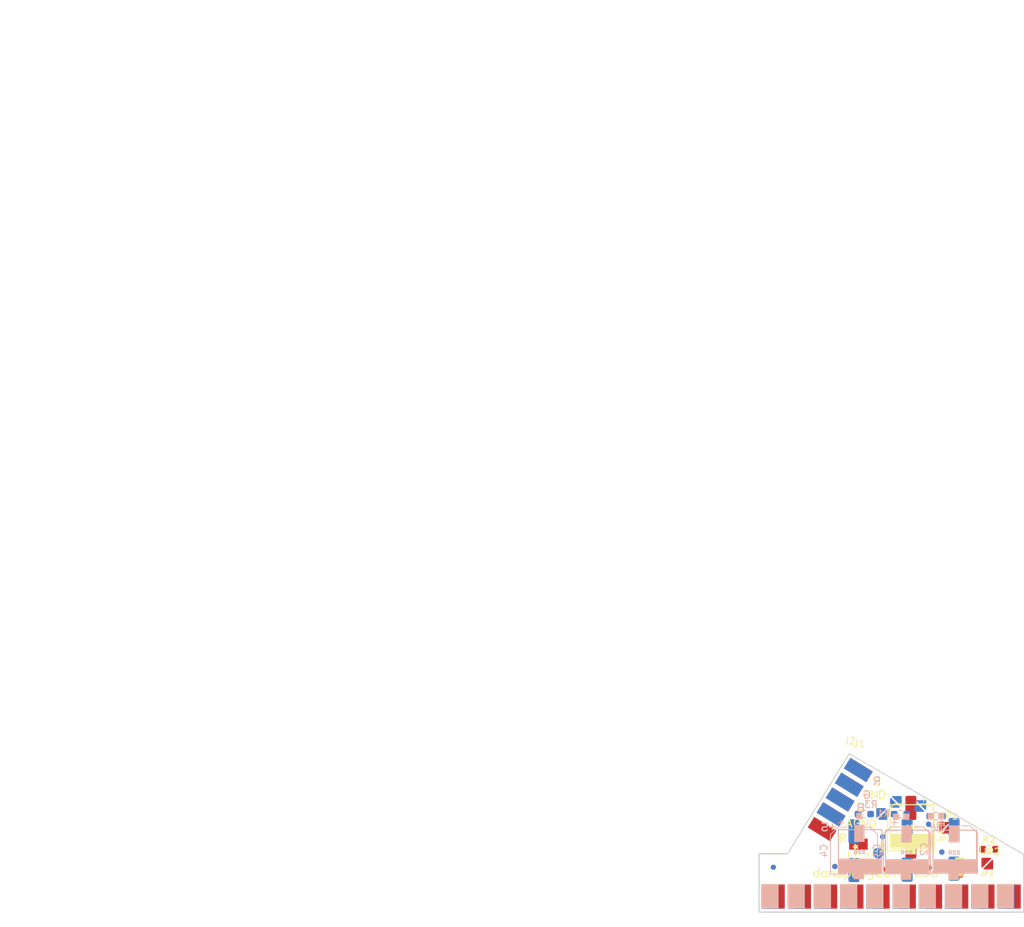
<source format=kicad_pcb>
(kicad_pcb (version 20211014) (generator pcbnew)
  (layers (0 "F.Cu" signal) (31 "B.Cu" signal) (34 "B.Paste" user) (35 "F.Paste" user) (36 "B.SilkS" user "B.Silkscreen") (37 "F.SilkS" user "F.Silkscreen") (38 "B.Mask" user) (39 "F.Mask" user) (44 "Edge.Cuts" user))
  (net 0 "")
  (net 1 "/SYNC")
  (net 2 "Net-(C1-Pad2)")
  (net 3 "Net-(C2-Pad1)")
  (net 4 "/SCART_RED")
  (net 5 "Net-(C3-Pad1)")
  (net 6 "/SCART_GREEN")
  (net 7 "Net-(C4-Pad1)")
  (net 8 "/SCART_BLUE")
  (net 9 "/AUDIO_R")
  (net 10 "/AUDIO_GND")
  (net 11 "/AUDIO_L")
  (net 12 "GND")
  (net 13 "+5V")
  (net 14 "/B")
  (net 15 "/G")
  (net 16 "/R")
  (net 17 "/SCART_AUDIO_L_OUT")
  (net 18 "/SCART_AUDIO_R_OUT")
  (net 19 "/SCART_D2B_INPUT")
  (net 20 "/SCART_D2B_OUTPUT")
  (net 21 "/SCART_D2B_GND")
  (net 22 "/SCART_FAST_SWITCHING")
  (net 23 "/SCART_SYNC_GND_OUT")
  (net 24 "/SCART_SYNC_OUT")
  (net 25 "/SCART_SYNC_IN")
  (footprint "6TPE220MZB:6TPE220MZB" (layer "F.Cu") (at 124.59746 101.71074 -90)
    (fp_text reference "C**" (at 0 0 90) (layer "F.SilkS") (effects (font (size 1.27 1.27) (thickness 0.254))))
    (fp_text value "6TPE220MZB" hide)
    (pad "1" smd rect locked (at -1.5 0 270) (size 1.6 2.7) (layers "F.Cu" "F.Paste" "F.Mask"))
    (pad "2" smd rect locked (at 1.5 0 270) (size 1.6 2.7) (layers "F.Cu" "F.Paste" "F.Mask"))
  )
  (footprint "SCART-PCB:back_wire_pads" (layer "F.Cu") (at 120.056692 91.157487)
    (fp_text reference "J2" (at 3.3 -5.9 unlocked) (layer "F.SilkS"))
    (fp_text value "Conn_01x04")
    (pad "1" smd rect (at 4.507282 -1.686711 328.4) (size 3.8 1.8) (layers "B.Cu" "B.Paste" "B.Mask") (net 16 "/R"))
    (pad "2" smd rect (at 3.190768 0.453253 328.4) (size 3.8 1.8) (layers "B.Cu" "B.Paste" "B.Mask") (net 15 "/G"))
    (pad "3" smd rect (at 1.874253 2.593217 328.4) (size 3.8 1.8) (layers "B.Cu" "B.Paste" "B.Mask") (net 14 "/B"))
    (pad "4" smd rect (at 0.557738 4.733181 328.4) (size 3.8 1.8) (layers "B.Cu" "B.Paste" "B.Mask") (net 13 "+5V"))
  )
  (footprint "Resistor_SMD:R_0603_1608Metric_Pad0.98x0.95mm_HandSolder" (layer "F.Cu") (at 139.29746 103.66074 90)
    (fp_text reference "R5" (at 0 -1.43 90) (layer "F.SilkS"))
    (fp_text value "180")
    (pad "1" smd roundrect (at -0.9125 0 90) (size 0.975 0.95) (layers "F.Cu" "F.Paste" "F.Mask") (net 22 "/SCART_FAST_SWITCHING"))
    (pad "2" smd roundrect (at 0.9125 0 90) (size 0.975 0.95) (layers "F.Cu" "F.Paste" "F.Mask") (net 13 "+5V"))
  )
  (footprint "Resistor_SMD:R_0603_1608Metric_Pad0.98x0.95mm_HandSolder" (layer "F.Cu") (at 143.53496 100.96074)
    (fp_text reference "R2" (at 0 -1.43) (layer "F.SilkS"))
    (fp_text value "R_US")
    (pad "1" smd roundrect (at -0.9125 0) (size 0.975 0.95) (layers "F.Cu" "F.Paste" "F.Mask") (net 2 "Net-(C1-Pad2)"))
    (pad "2" smd roundrect (at 0.9125 0) (size 0.975 0.95) (layers "F.Cu" "F.Paste" "F.Mask") (net 25 "/SCART_SYNC_IN"))
  )
  (footprint "SCART-PCB:Triangle jumper" (layer "F.Cu") (at 136.32246 96.99074)
    (fp_text reference "JP1" (at 1.4 -0.85 unlocked) (layer "F.SilkS"))
    (fp_text value "SolderJumper_2_Open")
    (pad "1" smd custom (at 0.4 0.4) (size 0 0) (layers "F.Cu" "F.Paste" "F.Mask") (net 1 "/SYNC") (options (clearance outline) (anchor rect)) (primitives (gr_poly (pts (xy -0.3 -0.3) (xy -0.3 0.9) (xy 0.9 -0.3)) (width 0.2) (fill yes))))
    (pad "2" smd custom (at 1.3 1.29 180) (size 0 0) (layers "F.Cu" "F.Paste" "F.Mask") (net 2 "Net-(C1-Pad2)") (options (clearance outline) (anchor rect)) (primitives (gr_poly (pts (xy -0.3 -0.3) (xy -0.3 0.9) (xy 0.9 -0.3)) (width 0.2) (fill yes))))
  )
  (footprint "Capacitor_SMD:CP_Elec_6.3x5.3" (layer "F.Cu") (at 132.19746 97.76074 -90)
    (fp_text reference "C1" (at 0 -4.35 90) (layer "F.SilkS"))
    (fp_text value "220uF")
    (pad "1" smd roundrect (at -2.8 0 270) (size 3.5 1.6) (layers "F.Cu" "F.Paste" "F.Mask") (roundrect_rratio 0.15625) (net 1 "/SYNC"))
    (pad "2" smd roundrect (at 2.8 0 270) (size 3.5 1.6) (layers "F.Cu" "F.Paste" "F.Mask") (roundrect_rratio 0.15625) (net 2 "Net-(C1-Pad2)"))
  )
  (footprint "SCART-PCB:SCART_MALE" (layer "F.Cu") (at 109.72246 106.06074)
    (fp_text reference "J3" (at 18 -5.25 unlocked) (layer "F.SilkS"))
    (fp_text value "SCART-F")
    (pad "1" smd rect (at 2.05 1.75 270) (size 3.5 2.5) (layers "B.Cu" "B.Paste" "B.Mask") (net 17 "/SCART_AUDIO_L_OUT"))
    (pad "2" smd rect (at 2.95 1.75 90) (size 3.5 2.5) (layers "F.Cu" "F.Paste" "F.Mask") (net 9 "/AUDIO_R"))
    (pad "3" smd rect (at 5.85 1.75 270) (size 3.5 2.5) (layers "B.Cu" "B.Paste" "B.Mask") (net 18 "/SCART_AUDIO_R_OUT"))
    (pad "4" smd rect (at 6.75 1.75 90) (size 3.5 2.5) (layers "F.Cu" "F.Paste" "F.Mask") (net 10 "/AUDIO_GND"))
    (pad "5" smd rect (at 9.65 1.75 270) (size 3.5 2.5) (layers "B.Cu" "B.Paste" "B.Mask") (net 12 "GND"))
    (pad "6" smd rect (at 10.55 1.75 90) (size 3.5 2.5) (layers "F.Cu" "F.Paste" "F.Mask") (net 11 "/AUDIO_L"))
    (pad "7" smd rect (at 13.45 1.75 270) (size 3.5 2.5) (layers "B.Cu" "B.Paste" "B.Mask") (net 8 "/SCART_BLUE"))
    (pad "8" smd rect (at 14.35 1.75 90) (size 3.5 2.5) (layers "F.Cu" "F.Paste" "F.Mask") (net 13 "+5V"))
    (pad "9" smd rect (at 17.25 1.75 270) (size 3.5 2.5) (layers "B.Cu" "B.Paste" "B.Mask") (net 12 "GND"))
    (pad "10" smd rect (at 18.15 1.75 90) (size 3.5 2.5) (layers "F.Cu" "F.Paste" "F.Mask") (net 19 "/SCART_D2B_INPUT"))
    (pad "11" smd rect (at 21.05 1.75 270) (size 3.5 2.5) (layers "B.Cu" "B.Paste" "B.Mask") (net 6 "/SCART_GREEN"))
    (pad "12" smd rect (at 21.95 1.75 90) (size 3.5 2.5) (layers "F.Cu" "F.Paste" "F.Mask") (net 20 "/SCART_D2B_OUTPUT"))
    (pad "13" smd rect (at 24.85 1.75 270) (size 3.5 2.5) (layers "B.Cu" "B.Paste" "B.Mask") (net 12 "GND"))
    (pad "14" smd rect (at 25.75 1.75 90) (size 3.5 2.5) (layers "F.Cu" "F.Paste" "F.Mask") (net 21 "/SCART_D2B_GND"))
    (pad "15" smd rect (at 28.65 1.75 270) (size 3.5 2.5) (layers "B.Cu" "B.Paste" "B.Mask") (net 4 "/SCART_RED"))
    (pad "16" smd rect (at 29.55 1.75 90) (size 3.5 2.5) (layers "F.Cu" "F.Paste" "F.Mask") (net 22 "/SCART_FAST_SWITCHING"))
    (pad "17" smd rect (at 32.45 1.75 270) (size 3.5 2.5) (layers "B.Cu" "B.Paste" "B.Mask") (net 23 "/SCART_SYNC_GND_OUT"))
    (pad "18" smd rect (at 33.35 1.75 90) (size 3.5 2.5) (layers "F.Cu" "F.Paste" "F.Mask") (net 12 "GND"))
    (pad "19" smd rect (at 36.25 1.75 270) (size 3.5 2.5) (layers "B.Cu" "B.Paste" "B.Mask") (net 24 "/SCART_SYNC_OUT"))
    (pad "20" smd rect (at 37.15 1.75 90) (size 3.5 2.5) (layers "F.Cu" "F.Paste" "F.Mask") (net 25 "/SCART_SYNC_IN"))
  )
  (footprint "SCART-PCB:Triangle jumper" (layer "F.Cu") (at 142.42246 102.19074)
    (fp_text reference "JP2" (at 1.4 -0.85 unlocked) (layer "F.SilkS"))
    (fp_text value "SolderJumper_2_Open")
    (pad "1" smd custom (at 0.4 0.4) (size 0 0) (layers "F.Cu" "F.Paste" "F.Mask") (net 2 "Net-(C1-Pad2)") (options (clearance outline) (anchor rect)) (primitives (gr_poly (pts (xy -0.3 -0.3) (xy -0.3 0.9) (xy 0.9 -0.3)) (width 0.2) (fill yes))))
    (pad "2" smd custom (at 1.3 1.29 180) (size 0 0) (layers "F.Cu" "F.Paste" "F.Mask") (net 25 "/SCART_SYNC_IN") (options (clearance outline) (anchor rect)) (primitives (gr_poly (pts (xy -0.3 -0.3) (xy -0.3 0.9) (xy 0.9 -0.3)) (width 0.2) (fill yes))))
  )
  (footprint "SCART-PCB:front_wire_pads" (layer "F.Cu") (at 121.390178 91.547451)
    (fp_text reference "J1" (at 3.3 -5.9 unlocked) (layer "F.SilkS"))
    (fp_text value "Conn_01x05")
    (pad "1" smd rect (at 3.207282 -2.086711 328.4) (size 3.8 1.8) (layers "F.Cu" "F.Paste" "F.Mask") (net 1 "/SYNC"))
    (pad "2" smd rect (at 1.890768 0.053253 328.4) (size 3.8 1.8) (layers "F.Cu" "F.Paste" "F.Mask") (net 12 "GND"))
    (pad "3" smd rect (at 0.574253 2.193217 328.4) (size 3.8 1.8) (layers "F.Cu" "F.Paste" "F.Mask") (net 11 "/AUDIO_L"))
    (pad "4" smd rect (at -0.742262 4.333181 328.4) (size 3.8 1.8) (layers "F.Cu" "F.Paste" "F.Mask") (net 10 "/AUDIO_GND"))
    (pad "5" smd rect (at -2.058776 6.473145 328.4) (size 3.8 1.8) (layers "F.Cu" "F.Paste" "F.Mask") (net 9 "/AUDIO_R"))
  )
  (footprint "Capacitor_SMD:CP_Elec_6.3x5.3" (layer "B.Cu") (at 123.94746 101.16074 -90)
    (fp_text reference "C4" (at 0 4.35 90) (layer "B.SilkS") (effects (justify mirror)))
    (fp_text value "220uF")
    (pad "1" smd roundrect (at -2.8 0 270) (size 3.5 1.6) (layers "B.Cu" "B.Paste" "B.Mask") (roundrect_rratio 0.15625) (net 7 "Net-(C4-Pad1)"))
    (pad "2" smd roundrect (at 2.8 0 270) (size 3.5 1.6) (layers "B.Cu" "B.Paste" "B.Mask") (roundrect_rratio 0.15625) (net 8 "/SCART_BLUE"))
  )
  (footprint "Resistor_SMD:R_0603_1608Metric_Pad0.98x0.95mm_HandSolder" (layer "B.Cu") (at 135.84746 96.16074)
    (fp_text reference "R4" (at 0 1.43) (layer "B.SilkS") (effects (justify mirror)))
    (fp_text value "R_US")
    (pad "1" smd roundrect (at -0.9125 0) (size 0.975 0.95) (layers "B.Cu" "B.Paste" "B.Mask") (net 16 "/R"))
    (pad "2" smd roundrect (at 0.9125 0) (size 0.975 0.95) (layers "B.Cu" "B.Paste" "B.Mask") (net 3 "Net-(C2-Pad1)"))
  )
  (footprint "Resistor_SMD:R_0603_1608Metric_Pad0.98x0.95mm_HandSolder" (layer "B.Cu") (at 125.44746 95.86074 180)
    (fp_text reference "R3" (at -0.95 1.4) (layer "B.SilkS") (effects (justify mirror)))
    (fp_text value "R_US")
    (pad "1" smd roundrect (at -0.9125 0 180) (size 0.975 0.95) (layers "B.Cu" "B.Paste" "B.Mask") (net 14 "/B"))
    (pad "2" smd roundrect (at 0.9125 0 180) (size 0.975 0.95) (layers "B.Cu" "B.Paste" "B.Mask") (net 7 "Net-(C4-Pad1)"))
  )
  (footprint "SCART-PCB:Triangle jumper" (layer "B.Cu") (at 129.17246 94.93074)
    (fp_text reference "JP4" hide)
    (fp_text value "SolderJumper_2_Open")
    (pad "1" smd custom (at 0.4 -0.4) (size 0 0) (layers "B.Cu" "B.Paste" "B.Mask") (net 15 "/G") (options (clearance outline) (anchor rect)) (primitives (gr_poly (pts (xy -0.3 0.3) (xy -0.3 -0.9) (xy 0.9 0.3)) (width 0.2) (fill yes))))
    (pad "2" smd custom (at 1.3 -1.29 180) (size 0 0) (layers "B.Cu" "B.Paste" "B.Mask") (net 5 "Net-(C3-Pad1)") (options (clearance outline) (anchor rect)) (primitives (gr_poly (pts (xy -0.3 0.3) (xy -0.3 -0.9) (xy 0.9 0.3)) (width 0.2) (fill yes))))
  )
  (footprint "SCART-PCB:Triangle jumper" (layer "B.Cu") (at 134.42246 93.84074 180)
    (fp_text reference "JP3" hide)
    (fp_text value "SolderJumper_2_Open")
    (pad "1" smd custom (at 0.4 -0.4 180) (size 0 0) (layers "B.Cu" "B.Paste" "B.Mask") (net 16 "/R") (options (clearance outline) (anchor rect)) (primitives (gr_poly (pts (xy -0.3 0.3) (xy -0.3 -0.9) (xy 0.9 0.3)) (width 0.2) (fill yes))))
    (pad "2" smd custom (at 1.3 -1.29) (size 0 0) (layers "B.Cu" "B.Paste" "B.Mask") (net 3 "Net-(C2-Pad1)") (options (clearance outline) (anchor rect)) (primitives (gr_poly (pts (xy -0.3 0.3) (xy -0.3 -0.9) (xy 0.9 0.3)) (width 0.2) (fill yes))))
  )
  (footprint "Resistor_SMD:R_0603_1608Metric_Pad0.98x0.95mm_HandSolder" (layer "B.Cu") (at 130.69746 95.86074)
    (fp_text reference "R1" (at -2.4625 -0.1) (layer "B.SilkS") (effects (justify mirror)))
    (fp_text value "R_US")
    (pad "1" smd roundrect (at -0.9125 0) (size 0.975 0.95) (layers "B.Cu" "B.Paste" "B.Mask") (net 15 "/G"))
    (pad "2" smd roundrect (at 0.9125 0) (size 0.975 0.95) (layers "B.Cu" "B.Paste" "B.Mask") (net 5 "Net-(C3-Pad1)"))
  )
  (footprint "Capacitor_SMD:CP_Elec_6.3x5.3" (layer "B.Cu") (at 131.64746 101.11074 -90)
    (fp_text reference "C3" (at 0 4.35 90) (layer "B.SilkS") (effects (justify mirror)))
    (fp_text value "220uF")
    (pad "1" smd roundrect (at -2.8 0 270) (size 3.5 1.6) (layers "B.Cu" "B.Paste" "B.Mask") (roundrect_rratio 0.15625) (net 5 "Net-(C3-Pad1)"))
    (pad "2" smd roundrect (at 2.8 0 270) (size 3.5 1.6) (layers "B.Cu" "B.Paste" "B.Mask") (roundrect_rratio 0.15625) (net 6 "/SCART_GREEN"))
  )
  (footprint "SCART-PCB:Triangle jumper" (layer "B.Cu") (at 127.17746 94.98574 -90)
    (fp_text reference "JP5" hide)
    (fp_text value "SolderJumper_2_Open")
    (pad "1" smd custom (at 0.4 -0.4 270) (size 0 0) (layers "B.Cu" "B.Paste" "B.Mask") (net 14 "/B") (options (clearance outline) (anchor rect)) (primitives (gr_poly (pts (xy -0.3 0.3) (xy -0.3 -0.9) (xy 0.9 0.3)) (width 0.2) (fill yes))))
    (pad "2" smd custom (at 1.3 -1.29 90) (size 0 0) (layers "B.Cu" "B.Paste" "B.Mask") (net 7 "Net-(C4-Pad1)") (options (clearance outline) (anchor rect)) (primitives (gr_poly (pts (xy -0.3 0.3) (xy -0.3 -0.9) (xy 0.9 0.3)) (width 0.2) (fill yes))))
  )
  (footprint "Capacitor_SMD:CP_Elec_6.3x5.3" (layer "B.Cu") (at 138.44746 100.96074 -90)
    (fp_text reference "C2" (at 0 4.35 90) (layer "B.SilkS") (effects (justify mirror)))
    (fp_text value "220uF")
    (pad "1" smd roundrect (at -2.8 0 270) (size 3.5 1.6) (layers "B.Cu" "B.Paste" "B.Mask") (roundrect_rratio 0.15625) (net 3 "Net-(C2-Pad1)"))
    (pad "2" smd roundrect (at 2.8 0 270) (size 3.5 1.6) (layers "B.Cu" "B.Paste" "B.Mask") (roundrect_rratio 0.15625) (net 4 "/SCART_RED"))
  )
  (gr_circle (center 127.47962 101.4984) (end 128.23527 101.4984) (layer "F.Cu") (width 0) (fill solid))
  (gr_circle (center 136.6795 101.35108) (end 137.05415 101.35108) (layer "F.Cu") (width 0) (fill solid))
  (gr_circle (center 141.5182 103.89616) (end 141.89285 103.89616) (layer "F.Cu") (width 0) (fill solid))
  (gr_circle (center 127.47962 101.4984) (end 127.85427 101.4984) (layer "F.Cu") (width 0) (fill solid))
  (gr_circle (center 128.10954 99.12604) (end 128.48419 99.12604) (layer "F.Cu") (width 0) (fill solid))
  (gr_circle (center 134.76942 97.32518) (end 135.14407 97.32518) (layer "F.Cu") (width 0) (fill solid))
  (gr_circle (center 134.85832 103.62438) (end 135.23297 103.62438) (layer "F.Cu") (width 0) (fill solid))
  (gr_circle (center 128.55404 103.85044) (end 128.92869 103.85044) (layer "F.Cu") (width 0) (fill solid))
  (gr_circle (center 121.17788 103.44404) (end 121.55253 103.44404) (layer "F.Cu") (width 0) (fill solid))
  (gr_circle (center 128.11155 99.14876) (end 128.4862 99.14876) (layer "B.Cu") (width 0) (fill solid))
  (gr_circle (center 128.10954 99.12604) (end 128.48419 99.12604) (layer "B.Cu") (width 0) (fill solid))
  (gr_circle (center 127.47962 101.4984) (end 127.85427 101.4984) (layer "B.Cu") (width 0) (fill solid))
  (gr_circle (center 121.18243 103.4693) (end 121.55708 103.4693) (layer "B.Cu") (width 0) (fill solid))
  (gr_circle (center 136.6795 101.35108) (end 137.05415 101.35108) (layer "B.Cu") (width 0) (fill solid))
  (gr_circle (center 127.48163 101.52366) (end 128.23728 101.52366) (layer "B.Cu") (width 0) (fill solid))
  (gr_circle (center 127.47962 101.4984) (end 128.23527 101.4984) (layer "B.Cu") (width 0) (fill solid))
  (gr_circle (center 141.52275 103.91888) (end 141.8974 103.91888) (layer "B.Cu") (width 0) (fill solid))
  (gr_circle (center 127.48163 101.52366) (end 127.85628 101.52366) (layer "B.Cu") (width 0) (fill solid))
  (gr_circle (center 121.17788 103.44404) (end 121.55253 103.44404) (layer "B.Cu") (width 0) (fill solid))
  (gr_circle (center 141.5182 103.89616) (end 141.89285 103.89616) (layer "B.Cu") (width 0) (fill solid))
  (gr_circle (center 112.27211 103.56074) (end 112.64676 103.56074) (layer "B.Cu") (width 0) (fill solid))
  (gr_circle (center 134.77143 97.35044) (end 135.14608 97.35044) (layer "B.Cu") (width 0) (fill solid))
  (gr_circle (center 136.68151 101.3738) (end 137.05616 101.3738) (layer "B.Cu") (width 0) (fill solid))
  (gr_circle (center 134.76942 97.32518) (end 135.14407 97.32518) (layer "B.Cu") (width 0) (fill solid))
  (gr_line (start 119.4456 98.21418) (end 119.47608 98.23196) (layer "B.SilkS") (width 0.1778))
  (gr_line (start 119.6107 97.71634) (end 119.5726 97.72396) (layer "B.SilkS") (width 0.1778))
  (gr_line (start 119.31352 98.05162) (end 119.32368 98.07702) (layer "B.SilkS") (width 0.1778))
  (gr_poly (pts (xy 121.67826 102.30866) (xy 127.98 102.30866) (xy 127.98 104.37876) (xy 121.67826 104.37876)) (layer "B.SilkS") (width 0) (fill solid))
  (gr_line (start 132.02569 101.32554) (end 132.34827 101.64812) (layer "B.SilkS") (width 0.1524))
  (gr_line (start 124.66784 94.9325) (end 124.64498 94.94266) (layer "B.SilkS") (width 0.1778))
  (gr_arc (start 137.90071 101.16298) (mid 138.014019 101.211484) (end 138.06075 101.32554) (layer "B.SilkS") (width 0.1524))
  (gr_arc (start 124.34219 101.39666) (mid 124.294568 101.511584) (end 124.17963 101.55922) (layer "B.SilkS") (width 0.1524))
  (gr_line (start 128.52049 104.49292) (end 128.52049 98.19372) (layer "B.SilkS") (width 0.1524))
  (gr_poly (pts (xy 125.49408 97.39362) (xy 123.99294 97.39362) (xy 123.99294 99.89298) (xy 125.49408 99.89298)) (layer "B.SilkS") (width 0) (fill solid))
  (gr_arc (start 137.73815 101.32554) (mid 137.78576 101.210575) (end 137.90071 101.16298) (layer "B.SilkS") (width 0.1524))
  (gr_poly (pts (xy 132.31906 97.48506) (xy 130.81792 97.48506) (xy 130.81792 99.98442) (xy 132.31906 99.98442)) (layer "B.SilkS") (width 0) (fill solid))
  (gr_line (start 119.35162 98.13036) (end 119.37194 98.15322) (layer "B.SilkS") (width 0.1778))
  (gr_poly (pts (xy 135.40135 102.42282) (xy 141.70309 102.42282) (xy 141.70309 104.49292) (xy 135.40135 104.49292)) (layer "B.SilkS") (width 0) (fill solid))
  (gr_poly (pts (xy 137.05235 95.7096) (xy 136.15319 95.7096) (xy 136.15319 96.60876) (xy 137.05235 96.60876)) (layer "B.SilkS") (width 0) (fill solid))
  (gr_line (start 119.75802 98.27514) (end 119.79358 98.27006) (layer "B.SilkS") (width 0.1778))
  (gr_line (start 125.80322 93.03258) (end 125.4273 93.03258) (layer "B.SilkS") (width 0.1778))
  (gr_line (start 121.69297 104.40402) (end 121.69297 98.10482) (layer "B.SilkS") (width 0.1524))
  (gr_line (start 119.54212 98.25736) (end 119.57768 98.26752) (layer "B.SilkS") (width 0.1778))
  (gr_line (start 135.41151 104.49292) (end 135.41151 98.19372) (layer "B.SilkS") (width 0.1524))
  (gr_line (start 124.551 95.34398) (end 124.5637 95.377) (layer "B.SilkS") (width 0.1778))
  (gr_line (start 125.4273 93.03258) (end 125.4273 93.22054) (layer "B.SilkS") (width 0.1778))
  (gr_arc (start 124.01961 101.23664) (mid 124.066477 101.123478) (end 124.17963 101.07662) (layer "B.SilkS") (width 0.1524))
  (gr_line (start 120.01964 98.18624) (end 120.03488 98.171) (layer "B.SilkS") (width 0.1778))
  (gr_line (start 135.41151 98.19372) (end 141.71071 98.19372) (layer "B.SilkS") (width 0.1524))
  (gr_line (start 127.99217 98.10482) (end 127.99217 104.40402) (layer "B.SilkS") (width 0.1524))
  (gr_line (start 124.69017 95.50894) (end 124.71811 95.51402) (layer "B.SilkS") (width 0.1778))
  (gr_arc (start 131.43641 101.32554) (mid 131.483277 101.212378) (end 131.59643 101.16552) (layer "B.SilkS") (width 0.1524))
  (gr_line (start 124.58402 94.4372) (end 124.56624 94.4626) (layer "B.SilkS") (width 0.1778))
  (gr_line (start 124.60889 101.23664) (end 124.93147 101.55922) (layer "B.SilkS") (width 0.1524))
  (gr_line (start 119.37194 98.15322) (end 119.39226 98.17608) (layer "B.SilkS") (width 0.1778))
  (gr_line (start 125.28252 95.48876) (end 125.28252 94.35592) (layer "B.SilkS") (width 0.1778))
  (gr_arc (start 124.17963 101.55922) (mid 124.066301 101.510724) (end 124.01959 101.39666) (layer "B.SilkS") (width 0.1524))
  (gr_line (start 124.61958 95.44812) (end 124.6399 95.4659) (layer "B.SilkS") (width 0.1778))
  (gr_line (start 138.32743 101.32554) (end 138.65255 101.64812) (layer "B.SilkS") (width 0.1524))
  (gr_line (start 126.18168 93.22054) (end 126.18168 92.84208) (layer "B.SilkS") (width 0.1778))
  (gr_arc (start 132.18571 101.16298) (mid 132.300625 101.21061) (end 132.34827 101.32554) (layer "B.SilkS") (width 0.1524))
  (gr_line (start 125.52075 101.55922) (end 125.19817 101.55922) (layer "B.SilkS") (width 0.1524))
  (gr_poly (pts (xy 135.8286 106.00182) (xy 133.32924 106.00182) (xy 133.32924 109.50194) (xy 135.8286 109.50194)) (layer "B.SilkS") (width 0) (fill solid))
  (gr_line (start 120.0552 98.14052) (end 120.06282 98.1075) (layer "B.SilkS") (width 0.1778))
  (gr_line (start 124.6399 94.89948) (end 124.66276 94.91218) (layer "B.SilkS") (width 0.1778))
  (gr_line (start 124.6907 94.35846) (end 124.66784 94.36354) (layer "B.SilkS") (width 0.1778))
  (gr_poly (pts (xy 128.50578 102.39756) (xy 134.80498 102.39756) (xy 134.80498 104.46766) (xy 128.50578 104.46766)) (layer "B.SilkS") (width 0) (fill solid))
  (gr_line (start 124.5637 95.377) (end 124.58148 95.4024) (layer "B.SilkS") (width 0.1778))
  (gr_line (start 125.5162 92.53474) (end 125.49588 92.54998) (layer "B.SilkS") (width 0.1778))
  (gr_line (start 124.68816 94.9198) (end 124.7161 94.92234) (layer "B.SilkS") (width 0.1778))
  (gr_line (start 124.93147 101.55922) (end 124.60889 101.55922) (layer "B.SilkS") (width 0.1524))
  (gr_line (start 131.16971 101.4881) (end 131.16971 101.32554) (layer "B.SilkS") (width 0.1524))
  (gr_line (start 125.46286 92.58046) (end 125.4527 92.59824) (layer "B.SilkS") (width 0.1778))
  (gr_line (start 119.3059 97.99574) (end 119.30844 98.02368) (layer "B.SilkS") (width 0.1778))
  (gr_line (start 148.53876 101.69144) (end 145.28756 99.81184) (layer "B.SilkS") (width 0.1524))
  (gr_arc (start 130.84459 101.32554) (mid 130.892202 101.210589) (end 131.00715 101.16298) (layer "B.SilkS") (width 0.1524))
  (gr_arc (start 124.77145 101.07408) (mid 124.884798 101.122563) (end 124.93149 101.23664) (layer "B.SilkS") (width 0.1524))
  (gr_line (start 124.54084 95.09252) (end 124.53322 95.12808) (layer "B.SilkS") (width 0.1778))
  (gr_line (start 119.38972 97.81794) (end 119.3694 97.8408) (layer "B.SilkS") (width 0.1778))
  (gr_line (start 119.72246 98.27768) (end 119.75802 98.27514) (layer "B.SilkS") (width 0.1778))
  (gr_poly (pts (xy 139.62844 106.00182) (xy 137.12908 106.00182) (xy 137.12908 109.50194) (xy 139.62844 109.50194)) (layer "B.SilkS") (width 0) (fill solid))
  (gr_line (start 132.34827 101.64812) (end 132.02569 101.64812) (layer "B.SilkS") (width 0.1524))
  (gr_line (start 124.6907 94.92488) (end 124.66784 94.9325) (layer "B.SilkS") (width 0.1778))
  (gr_line (start 124.54084 94.5261) (end 124.53322 94.56166) (layer "B.SilkS") (width 0.1778))
  (gr_poly (pts (xy 135.55121 95.7096) (xy 134.65205 95.7096) (xy 134.65205 96.60876) (xy 135.55121 96.60876)) (layer "B.SilkS") (width 0) (fill solid))
  (gr_line (start 126.92082 90.96756) (end 126.9386 90.99042) (layer "B.SilkS") (width 0.1778))
  (gr_line (start 126.87256 90.84056) (end 126.88018 90.87612) (layer "B.SilkS") (width 0.1778))
  (gr_line (start 119.5726 97.72396) (end 119.53958 97.73412) (layer "B.SilkS") (width 0.1778))
  (gr_arc (start 138.32743 101.32554) (mid 138.375045 101.210603) (end 138.48999 101.16298) (layer "B.SilkS") (width 0.1524))
  (gr_line (start 130.84459 101.32554) (end 130.84459 101.4881) (layer "B.SilkS") (width 0.1524))
  (gr_poly (pts (xy 130.48137 95.79088) (xy 129.58221 95.79088) (xy 129.58221 96.69004) (xy 130.48137 96.69004)) (layer "B.SilkS") (width 0) (fill solid))
  (gr_line (start 119.64626 97.7138) (end 119.6107 97.71634) (layer "B.SilkS") (width 0.1778))
  (gr_arc (start 138.48999 101.16298) (mid 138.604918 101.210603) (end 138.65255 101.32554) (layer "B.SilkS") (width 0.1524))
  (gr_line (start 119.41512 97.79508) (end 119.38972 97.81794) (layer "B.SilkS") (width 0.1778))
  (gr_line (start 119.3059 97.14484) (end 120.06282 97.14484) (layer "B.SilkS") (width 0.1778))
  (gr_line (start 126.9386 90.99042) (end 126.95892 91.01074) (layer "B.SilkS") (width 0.1778))
  (gr_line (start 124.7161 94.92234) (end 124.6907 94.92488) (layer "B.SilkS") (width 0.1778))
  (gr_line (start 124.66276 94.91218) (end 124.68816 94.9198) (layer "B.SilkS") (width 0.1778))
  (gr_line (start 124.64498 94.37624) (end 124.62212 94.39148) (layer "B.SilkS") (width 0.1778))
  (gr_line (start 119.79358 98.27006) (end 119.82914 98.26498) (layer "B.SilkS") (width 0.1778))
  (gr_line (start 126.94114 90.54338) (end 126.92336 90.56624) (layer "B.SilkS") (width 0.1778))
  (gr_line (start 148.53876 110.06074) (end 148.53622 106.57332) (layer "B.SilkS") (width 0.1524))
  (gr_arc (start 137.90071 101.64812) (mid 137.787605 101.601231) (end 137.74069 101.4881) (layer "B.SilkS") (width 0.1524))
  (gr_line (start 131.75899 101.64812) (end 131.43641 101.64812) (layer "B.SilkS") (width 0.1524))
  (gr_arc (start 124.17963 101.07408) (mid 124.294597 101.121682) (end 124.34219 101.23664) (layer "B.SilkS") (width 0.1524))
  (gr_line (start 125.56446 92.50934) (end 125.53906 92.5195) (layer "B.SilkS") (width 0.1778))
  (gr_line (start 126.98432 90.50528) (end 126.96146 90.52306) (layer "B.SilkS") (width 0.1778))
  (gr_line (start 126.88272 90.65514) (end 126.87256 90.6907) (layer "B.SilkS") (width 0.1778))
  (gr_line (start 110.19746 110.06074) (end 148.53876 110.06074) (layer "B.SilkS") (width 0.1524))
  (gr_line (start 127.2434 91.05138) (end 126.86748 91.6178) (layer "B.SilkS") (width 0.1778))
  (gr_line (start 119.31352 97.9424) (end 119.3059 97.99574) (layer "B.SilkS") (width 0.1778))
  (gr_line (start 124.6018 94.4118) (end 124.58402 94.4372) (layer "B.SilkS") (width 0.1778))
  (gr_poly (pts (xy 125.40264 102.79366) (xy 123.9015 102.79366) (xy 123.9015 105.29302) (xy 125.40264 105.29302)) (layer "B.SilkS") (width 0) (fill solid))
  (gr_poly (pts (xy 139.21262 97.48506) (xy 137.71148 97.48506) (xy 137.71148 99.98442) (xy 139.21262 99.98442)) (layer "B.SilkS") (width 0) (fill solid))
  (gr_line (start 127.62186 91.6178) (end 127.62186 90.48496) (layer "B.SilkS") (width 0.1778))
  (gr_line (start 124.66784 94.36354) (end 124.64498 94.37624) (layer "B.SilkS") (width 0.1778))
  (gr_arc (start 138.06073 101.4881) (mid 138.012964 101.599589) (end 137.90071 101.6456) (layer "B.SilkS") (width 0.1524))
  (gr_line (start 124.68816 95.48622) (end 124.7161 95.48876) (layer "B.SilkS") (width 0.1778))
  (gr_poly (pts (xy 120.62924 106.00182) (xy 118.12988 106.00182) (xy 118.12988 109.50194) (xy 120.62924 109.50194)) (layer "B.SilkS") (width 0) (fill solid))
  (gr_line (start 119.97646 98.21418) (end 119.99932 98.20148) (layer "B.SilkS") (width 0.1778))
  (gr_line (start 126.86748 90.76944) (end 126.86748 90.805) (layer "B.SilkS") (width 0.1778))
  (gr_line (start 124.52814 95.24238) (end 124.53322 95.27794) (layer "B.SilkS") (width 0.1778))
  (gr_poly (pts (xy 147.12906 106.00182) (xy 144.6297 106.00182) (xy 144.6297 109.50194) (xy 147.12906 109.50194)) (layer "B.SilkS") (width 0) (fill solid))
  (gr_arc (start 125.36073 101.07408) (mid 125.474027 101.122591) (end 125.52077 101.23664) (layer "B.SilkS") (width 0.1524))
  (gr_line (start 124.56624 94.4626) (end 124.55354 94.49308) (layer "B.SilkS") (width 0.1778))
  (gr_line (start 125.44762 92.61602) (end 125.44508 92.63634) (layer "B.SilkS") (width 0.1778))
  (gr_line (start 126.89034 90.90914) (end 126.90558 90.93962) (layer "B.SilkS") (width 0.1778))
  (gr_line (start 119.39226 98.17608) (end 119.41766 98.1964) (layer "B.SilkS") (width 0.1778))
  (gr_line (start 124.52814 94.59722) (end 124.5256 94.63786) (layer "B.SilkS") (width 0.1778))
  (gr_line (start 124.01961 101.23664) (end 124.01961 101.39666) (layer "B.SilkS") (width 0.1524))
  (gr_line (start 124.58402 95.00362) (end 124.56624 95.02902) (layer "B.SilkS") (width 0.1778))
  (gr_poly (pts (xy 121.68281 102.33392) (xy 127.98201 102.33392) (xy 127.98201 104.40402) (xy 121.68281 104.40402)) (layer "B.SilkS") (width 0) (fill solid))
  (gr_line (start 138.06073 101.4881) (end 138.06073 101.32554) (layer "B.SilkS") (width 0.1524))
  (gr_arc (start 125.80322 93.599) (mid 125.537246 93.487258) (end 125.427291 93.22054) (layer "B.SilkS") (width 0.1778))
  (gr_line (start 124.7161 95.48876) (end 125.28252 95.48876) (layer "B.SilkS") (width 0.1778))
  (gr_poly (pts (xy 124.42908 106.00182) (xy 121.92972 106.00182) (xy 121.92972 109.50194) (xy 124.42908 109.50194)) (layer "B.SilkS") (width 0) (fill solid))
  (gr_line (start 124.52814 95.16364) (end 124.5256 95.20428) (layer "B.SilkS") (width 0.1778))
  (gr_line (start 124.61958 94.8817) (end 124.6399 94.89948) (layer "B.SilkS") (width 0.1778))
  (gr_line (start 131.43641 101.32554) (end 131.75899 101.64812) (layer "B.SilkS") (width 0.1524))
  (gr_line (start 138.91671 101.32554) (end 139.24183 101.64812) (layer "B.SilkS") (width 0.1524))
  (gr_line (start 124.59926 95.4278) (end 124.61958 95.44812) (layer "B.SilkS") (width 0.1778))
  (gr_line (start 124.53322 95.12808) (end 124.52814 95.16364) (layer "B.SilkS") (width 0.1778))
  (gr_line (start 110.2 101.6) (end 110.19746 110.06074) (layer "B.SilkS") (width 0.1524))
  (gr_line (start 134.81969 98.19372) (end 134.81969 104.49292) (layer "B.SilkS") (width 0.1524))
  (gr_line (start 126.86748 90.805) (end 126.87256 90.84056) (layer "B.SilkS") (width 0.1778))
  (gr_line (start 124.54084 94.74454) (end 124.551 94.77756) (layer "B.SilkS") (width 0.1778))
  (gr_line (start 125.59494 92.49664) (end 125.56446 92.50934) (layer "B.SilkS") (width 0.1778))
  (gr_line (start 127.03004 90.4875) (end 127.00718 90.49512) (layer "B.SilkS") (width 0.1778))
  (gr_line (start 127.00718 90.49512) (end 126.98432 90.50528) (layer "B.SilkS") (width 0.1778))
  (gr_line (start 130.66986 91.3765) (end 141.2769 97.49282) (layer "B.SilkS") (width 0.1524))
  (gr_line (start 125.4781 92.56522) (end 125.46286 92.58046) (layer "B.SilkS") (width 0.1778))
  (gr_arc (start 131.59643 101.16298) (mid 131.711397 101.210582) (end 131.75899 101.32554) (layer "B.SilkS") (width 0.1524))
  (gr_line (start 124.66731 95.50132) (end 124.69017 95.50894) (layer "B.SilkS") (width 0.1778))
  (gr_line (start 120.8172 97.3328) (end 120.8172 98.08972) (layer "B.SilkS") (width 0.1778))
  (gr_line (start 119.68436 97.71126) (end 119.64626 97.7138) (layer "B.SilkS") (width 0.1778))
  (gr_line (start 124.66276 95.4786) (end 124.68816 95.48622) (layer "B.SilkS") (width 0.1778))
  (gr_poly (pts (xy 125.18039 95.69182) (xy 124.28123 95.69182) (xy 124.28123 96.59098) (xy 125.18039 96.59098)) (layer "B.SilkS") (width 0) (fill solid))
  (gr_line (start 124.52814 94.67596) (end 124.53322 94.71152) (layer "B.SilkS") (width 0.1778))
  (gr_line (start 119.53958 97.73412) (end 119.50402 97.74682) (layer "B.SilkS") (width 0.1778))
  (gr_line (start 126.86748 90.72626) (end 126.86748 90.76944) (layer "B.SilkS") (width 0.1778))
  (gr_arc (start 138.91671 101.32554) (mid 138.964323 101.210596) (end 139.07927 101.16298) (layer "B.SilkS") (width 0.1524))
  (gr_arc (start 131.16971 101.4881) (mid 131.121202 101.6014) (end 131.00715 101.64814) (layer "B.SilkS") (width 0.1524))
  (gr_line (start 125.49588 92.54998) (end 125.4781 92.56522) (layer "B.SilkS") (width 0.1778))
  (gr_poly (pts (xy 135.39934 102.39756) (xy 141.69854 102.39756) (xy 141.69854 104.46766) (xy 135.39934 104.46766)) (layer "B.SilkS") (width 0) (fill solid))
  (gr_line (start 119.41766 98.1964) (end 119.4456 98.21418) (layer "B.SilkS") (width 0.1778))
  (gr_line (start 126.97924 91.02852) (end 127.0021 91.04122) (layer "B.SilkS") (width 0.1778))
  (gr_line (start 124.59926 94.86138) (end 124.61958 94.8817) (layer "B.SilkS") (width 0.1778))
  (gr_line (start 119.99932 98.20148) (end 120.01964 98.18624) (layer "B.SilkS") (width 0.1778))
  (gr_poly (pts (xy 113.02702 106.00182) (xy 110.52766 106.00182) (xy 110.52766 109.50194) (xy 113.02702 109.50194)) (layer "B.SilkS") (width 0) (fill solid))
  (gr_line (start 124.58148 94.83598) (end 124.59926 94.86138) (layer "B.SilkS") (width 0.1778))
  (gr_line (start 141.71071 98.19372) (end 141.71071 104.49292) (layer "B.SilkS") (width 0.1524))
  (gr_line (start 121.69297 98.10482) (end 127.99217 98.10482) (layer "B.SilkS") (width 0.1524))
  (gr_line (start 119.30844 98.02368) (end 119.31352 98.05162) (layer "B.SilkS") (width 0.1778))
  (gr_arc (start 124.60889 101.23664) (mid 124.656502 101.121689) (end 124.77145 101.07408) (layer "B.SilkS") (width 0.1524))
  (gr_line (start 119.61324 98.2726) (end 119.68436 98.27768) (layer "B.SilkS") (width 0.1778))
  (gr_line (start 127.0021 91.04122) (end 127.0275 91.04884) (layer "B.SilkS") (width 0.1778))
  (gr_line (start 128.52049 98.19372) (end 134.81969 98.19372) (layer "B.SilkS") (width 0.1524))
  (gr_line (start 127.0275 91.04884) (end 127.05544 91.05138) (layer "B.SilkS") (width 0.1778))
  (gr_line (start 124.5256 95.20428) (end 124.52814 95.24238) (layer "B.SilkS") (width 0.1778))
  (gr_line (start 114.33766 101.6) (end 110.2 101.6) (layer "B.SilkS") (width 0.1524))
  (gr_line (start 126.96146 90.52306) (end 126.94114 90.54338) (layer "B.SilkS") (width 0.1778))
  (gr_line (start 119.44306 97.7773) (end 119.41512 97.79508) (layer "B.SilkS") (width 0.1778))
  (gr_line (start 127.62186 90.48496) (end 127.05544 90.48496) (layer "B.SilkS") (width 0.1778))
  (gr_line (start 138.65255 101.64812) (end 138.32743 101.64812) (layer "B.SilkS") (width 0.1524))
  (gr_arc (start 139.07927 101.16298) (mid 139.194211 101.210596) (end 139.24183 101.32554) (layer "B.SilkS") (width 0.1524))
  (gr_line (start 137.73815 101.32554) (end 137.73815 101.4881) (layer "B.SilkS") (width 0.1524))
  (gr_line (start 124.551 94.77756) (end 124.5637 94.80804) (layer "B.SilkS") (width 0.1778))
  (gr_line (start 125.65844 92.47886) (end 125.62542 92.48648) (layer "B.SilkS") (width 0.1778))
  (gr_line (start 127.05544 91.05138) (end 127.62186 91.05138) (layer "B.SilkS") (width 0.1778))
  (gr_line (start 119.34908 97.86366) (end 119.33384 97.88906) (layer "B.SilkS") (width 0.1778))
  (gr_poly (pts (xy 143.42828 106.00182) (xy 140.92892 106.00182) (xy 140.92892 109.50194) (xy 143.42828 109.50194)) (layer "B.SilkS") (width 0) (fill solid))
  (gr_line (start 126.90558 90.93962) (end 126.92082 90.96756) (layer "B.SilkS") (width 0.1778))
  (gr_poly (pts (xy 116.8294 106.00182) (xy 114.33004 106.00182) (xy 114.33004 109.50194) (xy 116.8294 109.50194)) (layer "B.SilkS") (width 0) (fill solid))
  (gr_poly (pts (xy 128.51033 102.42282) (xy 134.80953 102.42282) (xy 134.80953 104.49292) (xy 128.51033 104.49292)) (layer "B.SilkS") (width 0) (fill solid))
  (gr_line (start 126.87256 90.6907) (end 126.86748 90.72626) (layer "B.SilkS") (width 0.1778))
  (gr_arc (start 125.19817 101.23664) (mid 125.245781 101.121682) (end 125.36073 101.07408) (layer "B.SilkS") (width 0.1524))
  (gr_line (start 119.47608 98.23196) (end 119.5091 98.2472) (layer "B.SilkS") (width 0.1778))
  (gr_line (start 139.24183 101.64812) (end 138.91671 101.64812) (layer "B.SilkS") (width 0.1524))
  (gr_line (start 119.89518 98.24974) (end 119.92566 98.23958) (layer "B.SilkS") (width 0.1778))
  (gr_line (start 125.19817 101.23664) (end 125.52075 101.55922) (layer "B.SilkS") (width 0.1524))
  (gr_line (start 125.4527 92.59824) (end 125.44762 92.61602) (layer "B.SilkS") (width 0.1778))
  (gr_line (start 125.28252 94.35592) (end 124.7161 94.35592) (layer "B.SilkS") (width 0.1778))
  (gr_line (start 119.68436 98.27768) (end 119.72246 98.27768) (layer "B.SilkS") (width 0.1778))
  (gr_line (start 125.53906 92.5195) (end 125.5162 92.53474) (layer "B.SilkS") (width 0.1778))
  (gr_line (start 124.6399 95.4659) (end 124.66276 95.4786) (layer "B.SilkS") (width 0.1778))
  (gr_line (start 124.56624 95.02902) (end 124.55354 95.0595) (layer "B.SilkS") (width 0.1778))
  (gr_line (start 125.72956 92.4687) (end 125.694 92.47378) (layer "B.SilkS") (width 0.1778))
  (gr_arc (start 131.00715 101.64812) (mid 130.894019 101.601245) (end 130.84713 101.4881) (layer "B.SilkS") (width 0.1524))
  (gr_line (start 124.62212 94.39148) (end 124.6018 94.4118) (layer "B.SilkS") (width 0.1778))
  (gr_line (start 119.5091 98.2472) (end 119.54212 98.25736) (layer "B.SilkS") (width 0.1778))
  (gr_line (start 125.76766 92.46616) (end 125.72956 92.4687) (layer "B.SilkS") (width 0.1778))
  (gr_arc (start 125.80322 92.46616) (mid 126.069036 92.576264) (end 126.17914 92.84208) (layer "B.SilkS") (width 0.1778))
  (gr_line (start 126.90558 90.59418) (end 126.89288 90.62466) (layer "B.SilkS") (width 0.1778))
  (gr_line (start 124.5256 94.63786) (end 124.52814 94.67596) (layer "B.SilkS") (width 0.1778))
  (gr_line (start 125.80322 92.46616) (end 125.76766 92.46616) (layer "B.SilkS") (width 0.1778))
  (gr_line (start 126.88018 90.87612) (end 126.89034 90.90914) (layer "B.SilkS") (width 0.1778))
  (gr_line (start 119.50402 97.74682) (end 119.47354 97.75952) (layer "B.SilkS") (width 0.1778))
  (gr_line (start 124.6018 94.97822) (end 124.58402 95.00362) (layer "B.SilkS") (width 0.1778))
  (gr_line (start 124.5637 94.80804) (end 124.58148 94.83598) (layer "B.SilkS") (width 0.1778))
  (gr_line (start 119.82914 98.26498) (end 119.86216 98.25736) (layer "B.SilkS") (width 0.1778))
  (gr_line (start 119.33638 98.10496) (end 119.35162 98.13036) (layer "B.SilkS") (width 0.1778))
  (gr_line (start 124.64498 94.94266) (end 124.62212 94.9579) (layer "B.SilkS") (width 0.1778))
  (gr_line (start 119.3694 97.8408) (end 119.34908 97.86366) (layer "B.SilkS") (width 0.1778))
  (gr_line (start 119.32368 98.07702) (end 119.33638 98.10496) (layer "B.SilkS") (width 0.1778))
  (gr_line (start 124.62212 94.9579) (end 124.6018 94.97822) (layer "B.SilkS") (width 0.1778))
  (gr_arc (start 126.18168 93.22054) (mid 126.070832 93.488152) (end 125.80322 93.599) (layer "B.SilkS") (width 0.1778))
  (gr_line (start 126.92336 90.56624) (end 126.90558 90.59418) (layer "B.SilkS") (width 0.1778))
  (gr_line (start 119.9536 98.22688) (end 119.97646 98.21418) (layer "B.SilkS") (width 0.1778))
  (gr_line (start 126.95892 91.01074) (end 126.97924 91.02852) (layer "B.SilkS") (width 0.1778))
  (gr_line (start 124.54084 95.3135) (end 124.551 95.34398) (layer "B.SilkS") (width 0.1778))
  (gr_line (start 127.99217 104.40402) (end 121.69297 104.40402) (layer "B.SilkS") (width 0.1524))
  (gr_line (start 119.32114 97.91446) (end 119.31352 97.9424) (layer "B.SilkS") (width 0.1778))
  (gr_poly (pts (xy 139.12372 102.8851) (xy 137.62258 102.8851) (xy 137.62258 105.38446) (xy 139.12372 105.38446)) (layer "B.SilkS") (width 0) (fill solid))
  (gr_poly (pts (xy 131.97997 95.79088) (xy 131.08081 95.79088) (xy 131.08081 96.69004) (xy 131.97997 96.69004)) (layer "B.SilkS") (width 0) (fill solid))
  (gr_line (start 119.92566 98.23958) (end 119.9536 98.22688) (layer "B.SilkS") (width 0.1778))
  (gr_line (start 127.05544 90.48496) (end 127.03004 90.4875) (layer "B.SilkS") (width 0.1778))
  (gr_line (start 120.06282 97.71126) (end 119.68436 97.71126) (layer "B.SilkS") (width 0.1778))
  (gr_line (start 126.89288 90.62466) (end 126.88272 90.65514) (layer "B.SilkS") (width 0.1778))
  (gr_line (start 125.694 92.47378) (end 125.65844 92.47886) (layer "B.SilkS") (width 0.1778))
  (gr_line (start 119.33384 97.88906) (end 119.32114 97.91446) (layer "B.SilkS") (width 0.1778))
  (gr_line (start 124.34219 101.39666) (end 124.34219 101.23664) (layer "B.SilkS") (width 0.1524))
  (gr_line (start 120.04758 98.15576) (end 120.0552 98.14052) (layer "B.SilkS") (width 0.1778))
  (gr_poly (pts (xy 132.23016 102.8851) (xy 130.72902 102.8851) (xy 130.72902 105.38446) (xy 132.23016 105.38446)) (layer "B.SilkS") (width 0) (fill solid))
  (gr_poly (pts (xy 132.02876 106.00182) (xy 129.5294 106.00182) (xy 129.5294 109.50194) (xy 132.02876 109.50194)) (layer "B.SilkS") (width 0) (fill solid))
  (gr_line (start 124.55354 94.49308) (end 124.54084 94.5261) (layer "B.SilkS") (width 0.1778))
  (gr_arc (start 131.00715 101.16298) (mid 131.122104 101.210589) (end 131.16971 101.32554) (layer "B.SilkS") (width 0.1524))
  (gr_line (start 124.53322 95.27794) (end 124.54084 95.3135) (layer "B.SilkS") (width 0.1778))
  (gr_line (start 121.19566 97.71126) (end 120.43874 97.71126) (layer "B.SilkS") (width 0.1778))
  (gr_line (start 119.57768 98.26752) (end 119.61324 98.2726) (layer "B.SilkS") (width 0.1778))
  (gr_arc (start 132.02569 101.32554) (mid 132.072556 101.212371) (end 132.18571 101.16552) (layer "B.SilkS") (width 0.1524))
  (gr_poly (pts (xy 128.22892 106.00182) (xy 125.72956 106.00182) (xy 125.72956 109.50194) (xy 128.22892 109.50194)) (layer "B.SilkS") (width 0) (fill solid))
  (gr_line (start 119.86216 98.25736) (end 119.89518 98.24974) (layer "B.SilkS") (width 0.1778))
  (gr_line (start 124.7161 94.92234) (end 125.28252 94.92234) (layer "B.SilkS") (width 0.1778))
  (gr_line (start 119.47354 97.75952) (end 119.44306 97.7773) (layer "B.SilkS") (width 0.1778))
  (gr_line (start 124.58148 95.4024) (end 124.59926 95.4278) (layer "B.SilkS") (width 0.1778))
  (gr_line (start 120.06282 97.14484) (end 120.06282 97.71126) (layer "B.SilkS") (width 0.1778))
  (gr_line (start 124.53322 94.56166) (end 124.52814 94.59722) (layer "B.SilkS") (width 0.1778))
  (gr_line (start 124.7161 94.35592) (end 124.6907 94.35846) (layer "B.SilkS") (width 0.1778))
  (gr_line (start 124.53322 94.71152) (end 124.54084 94.74454) (layer "B.SilkS") (width 0.1778))
  (gr_line (start 120.03488 98.171) (end 120.04758 98.15576) (layer "B.SilkS") (width 0.1778))
  (gr_line (start 125.62542 92.48648) (end 125.59494 92.49664) (layer "B.SilkS") (width 0.1778))
  (gr_line (start 124.55354 95.0595) (end 124.54084 95.09252) (layer "B.SilkS") (width 0.1778))
  (gr_line (start 126.6338 96.61144) (end 126.66682 96.61652) (layer "F.SilkS") (width 0.1778))
  (gr_line (start 131.27946 104.22128) (end 131.30232 104.23906) (layer "F.SilkS") (width 0.1778))
  (gr_line (start 133.22764 104.18318) (end 133.26574 104.18318) (layer "F.SilkS") (width 0.1778))
  (gr_line (start 138.04094 103.58374) (end 138.01554 103.57866) (layer "F.SilkS") (width 0.1524))
  (gr_line (start 137.05542 99.10064) (end 137.09098 99.10318) (layer "F.SilkS") (width 0.1778))
  (gr_line (start 130.73844 104.93502) (end 130.70542 104.92994) (layer "F.SilkS") (width 0.1778))
  (gr_line (start 122.73744 99.12096) (end 122.72982 99.15652) (layer "F.SilkS") (width 0.1778))
  (gr_line (start 137.23068 99.29368) (end 137.21544 99.31654) (layer "F.SilkS") (width 0.1778))
  (gr_line (start 121.72652 104.54132) (end 121.69096 104.53878) (layer "F.SilkS") (width 0.1778))
  (gr_line (start 130.64446 104.902) (end 130.6216 104.88168) (layer "F.SilkS") (width 0.1778))
  (gr_arc (start 118.11972 104.56164) (mid 118.229672 104.294928) (end 118.49564 104.183189) (layer "F.SilkS") (width 0.1778))
  (gr_line (start 136.55504 99.10064) (end 136.55504 99.4791) (layer "F.SilkS") (width 0.1778))
  (gr_poly (pts (xy 132.89871 99.18446) (xy 131.39757 99.18446) (xy 131.39757 101.68382) (xy 132.89871 101.68382)) (layer "F.SilkS") (width 0) (fill solid))
  (gr_arc (start 135.49586 104.37114) (mid 135.550912 104.238232) (end 135.68382 104.18318) (layer "F.SilkS") (width 0.1778))
  (gr_line (start 132.75266 97.79) (end 132.75266 97.62744) (layer "F.SilkS") (width 0.1524))
  (gr_line (start 142.42244 104.78516) (end 142.39196 104.77754) (layer "F.SilkS") (width 0.1778))
  (gr_line (start 138.28224 103.58374) (end 138.25684 103.57866) (layer "F.SilkS") (width 0.1524))
  (gr_line (start 126.61856 104.18318) (end 126.61856 105.12806) (layer "F.SilkS") (width 0.1778))
  (gr_arc (start 131.57156 97.62744) (mid 131.619173 97.512493) (end 131.73412 97.46488) (layer "F.SilkS") (width 0.1524))
  (gr_line (start 124.73896 96.72066) (end 124.74912 96.73844) (layer "F.SilkS") (width 0.1778))
  (gr_line (start 126.89034 96.75368) (end 126.9132 96.78162) (layer "F.SilkS") (width 0.1778))
  (gr_poly (pts (xy 129.17888 98.72472) (xy 135.47808 98.72472) (xy 135.47808 100.79482) (xy 129.17888 100.79482)) (layer "F.SilkS") (width 0) (fill solid))
  (gr_line (start 127.6879 91.39174) (end 127.67774 91.41714) (layer "F.SilkS") (width 0.1778))
  (gr_line (start 121.63762 104.92994) (end 121.60714 104.91724) (layer "F.SilkS") (width 0.1778))
  (gr_line (start 124.75674 96.75622) (end 124.75928 96.774) (layer "F.SilkS") (width 0.1778))
  (gr_line (start 126.92082 97.55378) (end 126.89796 97.58172) (layer "F.SilkS") (width 0.1778))
  (gr_line (start 138.16032 103.42118) (end 138.1654 103.38816) (layer "F.SilkS") (width 0.1524))
  (gr_line (start 127.45676 91.59748) (end 127.4212 91.60764) (layer "F.SilkS") (width 0.1778))
  (gr_line (start 127.6498 104.93502) (end 127.61424 104.93756) (layer "F.SilkS") (width 0.1778))
  (gr_line (start 136.86746 99.10064) (end 137.05542 99.10064) (layer "F.SilkS") (width 0.1778))
  (gr_line (start 138.1654 103.38816) (end 138.17302 103.35514) (layer "F.SilkS") (width 0.1524))
  (gr_line (start 126.81414 96.6851) (end 126.83954 96.70542) (layer "F.SilkS") (width 0.1778))
  (gr_line (start 131.32518 104.68864) (end 131.33534 104.71658) (layer "F.SilkS") (width 0.1778))
  (gr_line (start 133.56038 104.8639) (end 133.5426 104.8766) (layer "F.SilkS") (width 0.1778))
  (gr_line (start 136.26802 99.65182) (end 136.24008 99.64166) (layer "F.SilkS") (width 0.1778))
  (gr_line (start 127.69044 91.29776) (end 127.69298 91.33586) (layer "F.SilkS") (width 0.1778))
  (gr_line (start 127.60408 90.55354) (end 127.6244 90.56878) (layer "F.SilkS") (width 0.1778))
  (gr_line (start 126.67698 97.72396) (end 126.64396 97.73158) (layer "F.SilkS") (width 0.1778))
  (gr_line (start 130.60382 104.85882) (end 130.59112 104.83342) (layer "F.SilkS") (width 0.1778))
  (gr_line (start 130.6597 104.50322) (end 130.6343 104.4829) (layer "F.SilkS") (width 0.1778))
  (gr_line (start 142.9914 104.22636) (end 143.17936 104.22636) (layer "F.SilkS") (width 0.1778))
  (gr_line (start 127.18498 91.03106) (end 127.14942 91.02344) (layer "F.SilkS") (width 0.1778))
  (gr_line (start 122.71966 99.18954) (end 122.70696 99.22002) (layer "F.SilkS") (width 0.1778))
  (gr_line (start 143.17936 104.5083) (end 142.9914 104.5083) (layer "F.SilkS") (width 0.1778))
  (gr_line (start 127.31706 91.6178) (end 127.27896 91.6178) (layer "F.SilkS") (width 0.1778))
  (gr_line (start 128.42958 92.98178) (end 128.42958 93.03258) (layer "F.SilkS") (width 0.1778))
  (gr_line (start 128.39148 93.25356) (end 128.37878 93.28912) (layer "F.SilkS") (width 0.1778))
  (gr_line (start 128.98584 104.88676) (end 128.96044 104.89692) (layer "F.SilkS") (width 0.1778))
  (gr_line (start 128.9071 104.20604) (end 128.93758 104.2162) (layer "F.SilkS") (width 0.1778))
  (gr_arc (start 135.30536 104.18318) (mid 135.438268 104.238232) (end 135.49332 104.37114) (layer "F.SilkS") (width 0.1778))
  (gr_line (start 121.67318 104.93502) (end 121.63762 104.92994) (layer "F.SilkS") (width 0.1778))
  (gr_line (start 126.61856 103.80472) (end 126.61856 103.8987) (layer "F.SilkS") (width 0.1778))
  (gr_line (start 124.5764 96.62668) (end 124.60942 96.63684) (layer "F.SilkS") (width 0.1778))
  (gr_line (start 126.76588 97.6884) (end 126.73794 97.70364) (layer "F.SilkS") (width 0.1778))
  (gr_line (start 124.3986 97.17278) (end 124.77706 97.17278) (layer "F.SilkS") (width 0.1778))
  (gr_line (start 124.51036 96.61398) (end 124.54338 96.61906) (layer "F.SilkS") (width 0.1778))
  (gr_line (start 129.0722 104.81056) (end 129.06712 104.8258) (layer "F.SilkS") (width 0.1778))
  (gr_line (start 138.36352 103.5431) (end 138.34066 103.56342) (layer "F.SilkS") (width 0.1524))
  (gr_line (start 126.9132 96.78162) (end 126.93352 96.80956) (layer "F.SilkS") (width 0.1778))
  (gr_line (start 130.7232 104.53116) (end 130.69018 104.521) (layer "F.SilkS") (width 0.1778))
  (gr_line (start 124.27414 104.1908) (end 124.30716 104.19842) (layer "F.SilkS") (width 0.1778))
  (gr_line (start 133.60356 104.81056) (end 133.59848 104.8258) (layer "F.SilkS") (width 0.1778))
  (gr_line (start 122.8873 97.7392) (end 123.26576 96.60636) (layer "F.SilkS") (width 0.1778))
  (gr_line (start 128.23654 93.48978) (end 128.2086 93.51264) (layer "F.SilkS") (width 0.1778))
  (gr_line (start 126.99956 90.932) (end 126.97924 90.90406) (layer "F.SilkS") (width 0.1778))
  (gr_line (start 137.21544 99.31654) (end 137.19512 99.33686) (layer "F.SilkS") (width 0.1778))
  (gr_line (start 124.68816 96.67494) (end 124.70848 96.68764) (layer "F.SilkS") (width 0.1778))
  (gr_line (start 128.36354 93.32214) (end 128.34576 93.35516) (layer "F.SilkS") (width 0.1778))
  (gr_line (start 142.27512 101.5365) (end 142.27512 100.3935) (layer "F.SilkS") (width 0.1524))
  (gr_arc (start 127.56344 104.18318) (mid 127.831052 104.294028) (end 127.9419 104.56164) (layer "F.SilkS") (width 0.1778))
  (gr_line (start 133.49688 104.22382) (end 133.52228 104.23652) (layer "F.SilkS") (width 0.1778))
  (gr_line (start 127.68536 104.93248) (end 127.6498 104.93502) (layer "F.SilkS") (width 0.1778))
  (gr_line (start 127.1418 90.51798) (end 127.17482 90.50528) (layer "F.SilkS") (width 0.1778))
  (gr_line (start 128.12478 93.56344) (end 128.0943 93.5736) (layer "F.SilkS") (width 0.1778))
  (gr_line (start 135.87178 104.37114) (end 135.87178 104.93756) (layer "F.SilkS") (width 0.1778))
  (gr_arc (start 132.91268 97.46488) (mid 133.027627 97.512493) (end 133.07524 97.62744) (layer "F.SilkS") (width 0.1524))
  (gr_line (start 127.22308 91.0336) (end 127.18498 91.03106) (layer "F.SilkS") (width 0.1778))
  (gr_line (start 129.54464 104.18318) (end 130.11106 104.18318) (layer "F.SilkS") (width 0.1778))
  (gr_line (start 126.97162 96.87052) (end 126.98686 96.90354) (layer "F.SilkS") (width 0.1778))
  (gr_line (start 138.394 103.48722) (end 138.3813 103.5177) (layer "F.SilkS") (width 0.1524))
  (gr_line (start 126.1639 93.03258) (end 126.1639 93.22054) (layer "F.SilkS") (width 0.1778))
  (gr_line (start 143.24794 104.23398) (end 143.28096 104.24668) (layer "F.SilkS") (width 0.1778))
  (gr_line (start 126.99194 97.42932) (end 126.9767 97.46234) (layer "F.SilkS") (width 0.1778))
  (gr_line (start 126.94114 90.80754) (end 126.9386 90.76944) (layer "F.SilkS") (width 0.1778))
  (gr_line (start 127.69298 91.33586) (end 127.69298 91.3638) (layer "F.SilkS") (width 0.1778))
  (gr_arc (start 125.40952 92.84208) (mid 125.519466 92.575374) (end 125.785423 92.463629) (layer "F.SilkS") (width 0.1778))
  (gr_line (start 130.75622 104.53878) (end 130.7232 104.53116) (layer "F.SilkS") (width 0.1778))
  (gr_line (start 128.96044 104.89692) (end 128.9325 104.90708) (layer "F.SilkS") (width 0.1778))
  (gr_arc (start 123.02954 104.93756) (mid 122.762828 104.827608) (end 122.651089 104.56164) (layer "F.SilkS") (width 0.1778))
  (gr_line (start 143.23016 104.50322) (end 143.17936 104.5083) (layer "F.SilkS") (width 0.1778))
  (gr_line (start 126.7862 96.66732) (end 126.81414 96.6851) (layer "F.SilkS") (width 0.1778))
  (gr_line (start 127.04274 97.12198) (end 127.04274 97.17278) (layer "F.SilkS") (width 0.1778))
  (gr_line (start 127.90126 104.85374) (end 127.89364 104.8639) (layer "F.SilkS") (width 0.1778))
  (gr_line (start 135.1174 104.18318) (end 135.1174 104.93756) (layer "F.SilkS") (width 0.1778))
  (gr_line (start 122.19642 104.61752) (end 122.22182 104.63784) (layer "F.SilkS") (width 0.1778))
  (gr_line (start 126.98686 96.90354) (end 127.0021 96.9391) (layer "F.SilkS") (width 0.1778))
  (gr_line (start 127.53804 91.08948) (end 127.56598 91.10218) (layer "F.SilkS") (width 0.1778))
  (gr_line (start 129.0468 104.27208) (end 129.05696 104.28478) (layer "F.SilkS") (width 0.1778))
  (gr_line (start 128.40418 93.218) (end 128.39148 93.25356) (layer "F.SilkS") (width 0.1778))
  (gr_line (start 137.94188 103.32466) (end 137.95966 103.29926) (layer "F.SilkS") (width 0.1524))
  (gr_line (start 142.31068 104.72166) (end 142.30306 104.69626) (layer "F.SilkS") (width 0.1778))
  (gr_line (start 125.78544 93.03258) (end 126.1639 93.03258) (layer "F.SilkS") (width 0.1778))
  (gr_line (start 126.8497 97.62998) (end 126.82176 97.65284) (layer "F.SilkS") (width 0.1778))
  (gr_line (start 122.57996 98.7679) (end 122.60282 98.77552) (layer "F.SilkS") (width 0.1778))
  (gr_line (start 127.00718 91.53398) (end 126.9894 91.51874) (layer "F.SilkS") (width 0.1778))
  (gr_line (start 136.36708 99.66706) (end 136.33152 99.66452) (layer "F.SilkS") (width 0.1778))
  (gr_line (start 126.82176 97.65284) (end 126.79382 97.67062) (layer "F.SilkS") (width 0.1778))
  (gr_line (start 127.10878 90.53068) (end 127.1418 90.51798) (layer "F.SilkS") (width 0.1778))
  (gr_line (start 128.1451 92.51188) (end 128.17304 92.52712) (layer "F.SilkS") (width 0.1778))
  (gr_line (start 127.0783 91.57462) (end 127.05036 91.56192) (layer "F.SilkS") (width 0.1778))
  (gr_line (start 124.23604 104.18572) (end 124.27414 104.1908) (layer "F.SilkS") (width 0.1778))
  (gr_line (start 122.71712 98.90252) (end 122.72728 98.93554) (layer "F.SilkS") (width 0.1778))
  (gr_line (start 138.00538 103.26624) (end 138.04094 103.25862) (layer "F.SilkS") (width 0.1524))
  (gr_line (start 143.67974 104.79278) (end 144.0582 104.79278) (layer "F.SilkS") (width 0.1778))
  (gr_line (start 131.89668 97.62744) (end 131.57156 97.95002) (layer "F.SilkS") (width 0.1524))
  (gr_line (start 138.38892 103.34244) (end 138.39908 103.37546) (layer "F.SilkS") (width 0.1524))
  (gr_line (start 138.07396 103.57612) (end 138.04094 103.58374) (layer "F.SilkS") (width 0.1524))
  (gr_line (start 124.77706 97.17278) (end 124.77706 97.36074) (layer "F.SilkS") (width 0.1778))
  (gr_line (start 127.49486 90.50782) (end 127.52534 90.51798) (layer "F.SilkS") (width 0.1778))
  (gr_line (start 127.05036 90.56624) (end 127.0783 90.54846) (layer "F.SilkS") (width 0.1778))
  (gr_line (start 128.00032 93.59646) (end 127.95714 93.599) (layer "F.SilkS") (width 0.1778))
  (gr_line (start 133.59086 104.8385) (end 133.57816 104.8512) (layer "F.SilkS") (width 0.1778))
  (gr_line (start 138.06634 103.2637) (end 138.0892 103.27386) (layer "F.SilkS") (width 0.1524))
  (gr_line (start 137.93426 103.49992) (end 137.9241 103.46944) (layer "F.SilkS") (width 0.1524))
  (gr_line (start 131.3201 104.26192) (end 131.3328 104.28732) (layer "F.SilkS") (width 0.1778))
  (gr_line (start 129.82912 103.80472) (end 129.82912 104.93756) (layer "F.SilkS") (width 0.1778))
  (gr_line (start 138.11206 103.29164) (end 138.13238 103.3145) (layer "F.SilkS") (width 0.1524))
  (gr_line (start 130.61398 104.46004) (end 130.59874 104.43464) (layer "F.SilkS") (width 0.1778))
  (gr_arc (start 128.31782 104.56164) (mid 128.428668 104.294028) (end 128.69628 104.18318) (layer "F.SilkS") (width 0.1778))
  (gr_line (start 138.08158 104.17302) (end 137.91902 104.01046) (layer "F.SilkS") (width 0.1524))
  (gr_line (start 122.65108 99.29114) (end 122.63076 99.30892) (layer "F.SilkS") (width 0.1778))
  (gr_line (start 131.1677 104.58196) (end 131.20072 104.58958) (layer "F.SilkS") (width 0.1778))
  (gr_line (start 131.2185 104.19334) (end 131.25152 104.2035) (layer "F.SilkS") (width 0.1778))
  (gr_line (start 127.2053 91.61018) (end 127.17228 91.6051) (layer "F.SilkS") (width 0.1778))
  (gr_line (start 128.17304 92.52712) (end 128.20098 92.5449) (layer "F.SilkS") (width 0.1778))
  (gr_line (start 138.15016 103.48722) (end 138.13746 103.5177) (layer "F.SilkS") (width 0.1524))
  (gr_line (start 124.72626 96.70542) (end 124.73896 96.72066) (layer "F.SilkS") (width 0.1778))
  (gr_line (start 129.02902 104.8639) (end 129.0087 104.8766) (layer "F.SilkS") (width 0.1778))
  (gr_line (start 143.28096 104.24668) (end 143.3089 104.26192) (layer "F.SilkS") (width 0.1778))
  (gr_line (start 127.29674 93.599) (end 127.29674 92.46616) (layer "F.SilkS") (width 0.1778))
  (gr_line (start 138.3559 103.29164) (end 138.37368 103.3145) (layer "F.SilkS") (width 0.1524))
  (gr_line (start 122.64854 98.80346) (end 122.66886 98.82124) (layer "F.SilkS") (width 0.1778))
  (gr_line (start 137.92156 103.38816) (end 137.92918 103.35514) (layer "F.SilkS") (width 0.1524))
  (gr_line (start 126.95384 90.68562) (end 126.96654 90.66022) (layer "F.SilkS") (width 0.1778))
  (gr_line (start 138.23144 103.5685) (end 138.21112 103.55072) (layer "F.SilkS") (width 0.1524))
  (gr_line (start 124.47734 104.267) (end 124.49766 104.28478) (layer "F.SilkS") (width 0.1778))
  (gr_arc (start 124.02268 96.98228) (mid 124.132626 96.715574) (end 124.398583 96.603829) (layer "F.SilkS") (width 0.1778))
  (gr_line (start 126.96654 90.66022) (end 126.98432 90.63482) (layer "F.SilkS") (width 0.1778))
  (gr_arc (start 119.62848 104.18318) (mid 119.896092 104.294028) (end 120.00694 104.56164) (layer "F.SilkS") (width 0.1778))
  (gr_line (start 144.0582 104.41432) (end 143.67974 104.79278) (layer "F.SilkS") (width 0.1778))
  (gr_line (start 128.25178 92.58808) (end 128.27718 92.61348) (layer "F.SilkS") (width 0.1778))
  (gr_line (start 128.3737 92.76334) (end 128.38894 92.7989) (layer "F.SilkS") (width 0.1778))
  (gr_line (start 127.7514 104.92232) (end 127.71838 104.9274) (layer "F.SilkS") (width 0.1778))
  (gr_line (start 121.62492 104.521) (end 121.59444 104.50322) (layer "F.SilkS") (width 0.1778))
  (gr_line (start 126.96146 90.87358) (end 126.94876 90.84056) (layer "F.SilkS") (width 0.1778))
  (gr_arc (start 130.5835 104.37114) (mid 130.639453 104.237337) (end 130.774 104.183197) (layer "F.SilkS") (width 0.1778))
  (gr_line (start 138.13238 103.3145) (end 138.14508 103.34244) (layer "F.SilkS") (width 0.1524))
  (gr_arc (start 132.75266 97.62744) (mid 132.799378 97.513394) (end 132.91268 97.4649) (layer "F.SilkS") (width 0.1524))
  (gr_line (start 138.34066 103.56342) (end 138.3178 103.57612) (layer "F.SilkS") (width 0.1524))
  (gr_line (start 127.58122 91.53652) (end 127.55328 91.5543) (layer "F.SilkS") (width 0.1778))
  (gr_line (start 128.9325 104.90708) (end 128.90202 104.9147) (layer "F.SilkS") (width 0.1778))
  (gr_line (start 138.40416 104.17302) (end 138.40416 103.85044) (layer "F.SilkS") (width 0.1524))
  (gr_arc (start 118.49564 104.93756) (mid 118.228934 104.827614) (end 118.117189 104.561657) (layer "F.SilkS") (width 0.1778))
  (gr_line (start 124.43162 104.23906) (end 124.45702 104.2543) (layer "F.SilkS") (width 0.1778))
  (gr_line (start 122.21166 104.22128) (end 122.23706 104.23906) (layer "F.SilkS") (width 0.1778))
  (gr_line (start 138.17302 103.35514) (end 138.18572 103.32466) (layer "F.SilkS") (width 0.1524))
  (gr_line (start 144.88116 101.5365) (end 142.27512 101.5365) (layer "F.SilkS") (width 0.1524))
  (gr_line (start 126.57284 96.60636) (end 126.60332 96.60636) (layer "F.SilkS") (width 0.1778))
  (gr_line (start 127.99016 92.46616) (end 128.02064 92.47124) (layer "F.SilkS") (width 0.1778))
  (gr_line (start 126.1258 92.58046) (end 126.13596 92.59824) (layer "F.SilkS") (width 0.1778))
  (gr_line (start 125.40952 93.22054) (end 125.40952 92.84208) (layer "F.SilkS") (width 0.1778))
  (gr_line (start 126.72778 96.63684) (end 126.75826 96.65208) (layer "F.SilkS") (width 0.1778))
  (gr_line (start 137.24338 99.24288) (end 137.24084 99.26828) (layer "F.SilkS") (width 0.1778))
  (gr_line (start 126.54236 93.599) (end 126.54236 92.46616) (layer "F.SilkS") (width 0.1778))
  (gr_line (start 127.11386 91.01328) (end 127.08084 90.99804) (layer "F.SilkS") (width 0.1778))
  (gr_line (start 133.3394 104.18826) (end 133.37496 104.19334) (layer "F.SilkS") (width 0.1778))
  (gr_line (start 137.124 99.1108) (end 137.15448 99.12096) (layer "F.SilkS") (width 0.1778))
  (gr_line (start 126.60332 96.60636) (end 126.6338 96.61144) (layer "F.SilkS") (width 0.1778))
  (gr_line (start 127.93936 104.56164) (end 127.18498 104.56164) (layer "F.SilkS") (width 0.1778))
  (gr_line (start 127.59392 91.11996) (end 127.61932 91.14282) (layer "F.SilkS") (width 0.1778))
  (gr_line (start 131.13214 104.57942) (end 131.1677 104.58196) (layer "F.SilkS") (width 0.1778))
  (gr_line (start 133.60102 104.29748) (end 133.6061 104.32542) (layer "F.SilkS") (width 0.1778))
  (gr_line (start 144.88116 100.3935) (end 144.88116 101.5365) (layer "F.SilkS") (width 0.1524))
  (gr_line (start 130.79178 104.54132) (end 130.75622 104.53878) (layer "F.SilkS") (width 0.1778))
  (gr_line (start 122.08466 104.93756) (end 121.7062 104.93756) (layer "F.SilkS") (width 0.1778))
  (gr_line (start 127.2434 91.61526) (end 127.2053 91.61018) (layer "F.SilkS") (width 0.1778))
  (gr_line (start 138.3178 103.57612) (end 138.28224 103.58374) (layer "F.SilkS") (width 0.1524))
  (gr_line (start 142.27512 100.3935) (end 144.88116 100.3935) (layer "F.SilkS") (width 0.1524))
  (gr_line (start 127.42628 90.49258) (end 127.46184 90.5002) (layer "F.SilkS") (width 0.1778))
  (gr_arc (start 124.91676 104.56164) (mid 125.027608 104.294028) (end 125.29522 104.18318) (layer "F.SilkS") (width 0.1778))
  (gr_line (start 124.63736 96.647) (end 124.6653 96.6597) (layer "F.SilkS") (width 0.1778))
  (gr_line (start 126.83954 96.70542) (end 126.86748 96.72828) (layer "F.SilkS") (width 0.1778))
  (gr_line (start 131.33534 104.71658) (end 131.34042 104.7496) (layer "F.SilkS") (width 0.1778))
  (gr_line (start 138.3813 103.5177) (end 138.36352 103.5431) (layer "F.SilkS") (width 0.1524))
  (gr_arc (start 120.3854 104.56164) (mid 120.496248 104.294028) (end 120.76386 104.18318) (layer "F.SilkS") (width 0.1778))
  (gr_line (start 143.35716 104.4194) (end 143.33938 104.44226) (layer "F.SilkS") (width 0.1778))
  (gr_arc (start 132.0948 104.93756) (mid 132.041823 104.916132) (end 132.018642 104.863899) (layer "F.SilkS") (width 0.1778))
  (gr_line (start 138.15524 103.37546) (end 138.16032 103.42118) (layer "F.SilkS") (width 0.1524))
  (gr_line (start 124.5256 104.3178) (end 124.53322 104.33812) (layer "F.SilkS") (width 0.1778))
  (gr_line (start 124.60942 96.63684) (end 124.63736 96.647) (layer "F.SilkS") (width 0.1778))
  (gr_line (start 122.16848 104.60228) (end 122.19642 104.61752) (layer "F.SilkS") (width 0.1778))
  (gr_line (start 137.20782 99.15652) (end 137.2256 99.17938) (layer "F.SilkS") (width 0.1778))
  (gr_line (start 126.70746 97.7138) (end 126.67698 97.72396) (layer "F.SilkS") (width 0.1778))
  (gr_line (start 135.48824 94.49562) (end 135.48824 100.79482) (layer "F.SilkS") (width 0.1524))
  (gr_arc (start 127.18498 104.56164) (mid 127.295828 104.294028) (end 127.56344 104.18318) (layer "F.SilkS") (width 0.1778))
  (gr_line (start 127.68536 91.2622) (end 127.69044 91.29776) (layer "F.SilkS") (width 0.1778))
  (gr_arc (start 125.29522 104.18318) (mid 125.562832 104.294028) (end 125.67368 104.56164) (layer "F.SilkS") (width 0.1778))
  (gr_line (start 122.18626 104.2035) (end 122.21166 104.22128) (layer "F.SilkS") (width 0.1778))
  (gr_line (start 128.0308 93.59138) (end 128.00032 93.59646) (layer "F.SilkS") (width 0.1778))
  (gr_line (start 142.32338 104.73944) (end 142.31068 104.72166) (layer "F.SilkS") (width 0.1778))
  (gr_line (start 126.89796 97.58172) (end 126.8751 97.60712) (layer "F.SilkS") (width 0.1778))
  (gr_arc (start 132.91268 97.95002) (mid 132.798649 97.903316) (end 132.75014 97.79004) (layer "F.SilkS") (width 0.1524))
  (gr_line (start 137.5558 99.66706) (end 137.93172 99.66706) (layer "F.SilkS") (width 0.1778))
  (gr_line (start 126.42806 105.31602) (end 126.2401 105.31602) (layer "F.SilkS") (width 0.1778))
  (gr_arc (start 120.76386 104.18318) (mid 121.031472 104.294028) (end 121.14232 104.56164) (layer "F.SilkS") (width 0.1778))
  (gr_line (start 133.26574 104.18318) (end 133.30384 104.18572) (layer "F.SilkS") (width 0.1778))
  (gr_line (start 127.0275 91.54922) (end 127.00718 91.53398) (layer "F.SilkS") (width 0.1778))
  (gr_line (start 138.18572 103.32466) (end 138.2035 103.29926) (layer "F.SilkS") (width 0.1524))
  (gr_line (start 143.33938 104.44226) (end 143.31906 104.46258) (layer "F.SilkS") (width 0.1778))
  (gr_line (start 131.18548 104.18572) (end 131.2185 104.19334) (layer "F.SilkS") (width 0.1778))
  (gr_arc (start 121.51824 104.37114) (mid 121.573292 104.238232) (end 121.7062 104.18318) (layer "F.SilkS") (width 0.1778))
  (gr_line (start 138.0892 103.27386) (end 138.11206 103.29164) (layer "F.SilkS") (width 0.1524))
  (gr_line (start 133.29876 104.93502) (end 133.22764 104.93756) (layer "F.SilkS") (width 0.1778))
  (gr_line (start 126.9386 90.76944) (end 126.94114 90.7415) (layer "F.SilkS") (width 0.1778))
  (gr_line (start 125.9099 97.7392) (end 125.9099 96.60636) (layer "F.SilkS") (width 0.1778))
  (gr_line (start 128.40164 92.83446) (end 128.4118 92.87002) (layer "F.SilkS") (width 0.1778))
  (gr_line (start 127.03766 97.08388) (end 127.04274 97.12198) (layer "F.SilkS") (width 0.1778))
  (gr_line (start 138.2416 102.99446) (end 138.08158 102.99446) (layer "F.SilkS") (width 0.1524))
  (gr_line (start 126.94622 90.71356) (end 126.95384 90.68562) (layer "F.SilkS") (width 0.1778))
  (gr_line (start 127.55328 91.5543) (end 127.5228 91.57208) (layer "F.SilkS") (width 0.1778))
  (gr_line (start 127.89364 104.8639) (end 127.88348 104.87406) (layer "F.SilkS") (width 0.1778))
  (gr_line (start 128.35846 92.73032) (end 128.3737 92.76334) (layer "F.SilkS") (width 0.1778))
  (gr_line (start 128.41434 93.18244) (end 128.40418 93.218) (layer "F.SilkS") (width 0.1778))
  (gr_line (start 138.14508 103.34244) (end 138.15524 103.37546) (layer "F.SilkS") (width 0.1524))
  (gr_line (start 128.20098 92.5449) (end 128.22638 92.56522) (layer "F.SilkS") (width 0.1778))
  (gr_line (start 126.14358 92.61602) (end 126.14612 92.63634) (layer "F.SilkS") (width 0.1778))
  (gr_line (start 128.80042 104.93248) (end 128.76486 104.93502) (layer "F.SilkS") (width 0.1778))
  (gr_line (start 131.20072 104.58958) (end 131.23374 104.60228) (layer "F.SilkS") (width 0.1778))
  (gr_line (start 130.70542 104.92994) (end 130.6724 104.91724) (layer "F.SilkS") (width 0.1778))
  (gr_line (start 127.56598 91.10218) (end 127.59392 91.11996) (layer "F.SilkS") (width 0.1778))
  (gr_arc (start 132.3234 97.46488) (mid 132.438347 97.512493) (end 132.48596 97.62744) (layer "F.SilkS") (width 0.1524))
  (gr_line (start 126.94114 90.7415) (end 126.94622 90.71356) (layer "F.SilkS") (width 0.1778))
  (gr_line (start 121.53348 104.43464) (end 121.52332 104.4067) (layer "F.SilkS") (width 0.1778))
  (gr_arc (start 122.27262 104.7496) (mid 122.217568 104.882508) (end 122.08466 104.93756) (layer "F.SilkS") (width 0.1778))
  (gr_arc (start 123.78392 104.56164) (mid 123.894768 104.294028) (end 124.16238 104.18318) (layer "F.SilkS") (width 0.1778))
  (gr_line (start 138.25684 103.57866) (end 138.23144 103.5685) (layer "F.SilkS") (width 0.1524))
  (gr_line (start 133.51974 104.88676) (end 133.49434 104.89692) (layer "F.SilkS") (width 0.1778))
  (gr_line (start 124.54338 96.61906) (end 124.5764 96.62668) (layer "F.SilkS") (width 0.1778))
  (gr_line (start 127.13926 91.59494) (end 127.10624 91.58732) (layer "F.SilkS") (width 0.1778))
  (gr_line (start 142.9914 104.79278) (end 142.9914 104.22636) (layer "F.SilkS") (width 0.1778))
  (gr_line (start 122.6714 99.27082) (end 122.65108 99.29114) (layer "F.SilkS") (width 0.1778))
  (gr_line (start 125.78544 92.46616) (end 125.82354 92.46616) (layer "F.SilkS") (width 0.1778))
  (gr_line (start 127.55582 90.52814) (end 127.58122 90.54084) (layer "F.SilkS") (width 0.1778))
  (gr_line (start 127.77934 104.91724) (end 127.7514 104.92232) (layer "F.SilkS") (width 0.1778))
  (gr_line (start 130.58858 104.4067) (end 130.5835 104.37114) (layer "F.SilkS") (width 0.1778))
  (gr_line (start 131.30994 104.6607) (end 131.32518 104.68864) (layer "F.SilkS") (width 0.1778))
  (gr_line (start 126.13596 92.59824) (end 126.14358 92.61602) (layer "F.SilkS") (width 0.1778))
  (gr_line (start 138.21112 103.55072) (end 138.1908 103.52786) (layer "F.SilkS") (width 0.1524))
  (gr_line (start 121.69096 104.53878) (end 121.6554 104.53116) (layer "F.SilkS") (width 0.1778))
  (gr_line (start 133.46894 104.2162) (end 133.49688 104.22382) (layer "F.SilkS") (width 0.1778))
  (gr_arc (start 143.8677 104.22636) (mid 144.000608 104.281412) (end 144.05566 104.41432) (layer "F.SilkS") (width 0.1778))
  (gr_line (start 129.18904 100.79482) (end 129.18904 94.49562) (layer "F.SilkS") (width 0.1524))
  (gr_poly (pts (xy 139.71734 102.28326) (xy 138.81818 102.28326) (xy 138.81818 103.18242) (xy 139.71734 103.18242)) (layer "F.SilkS") (width 0) (fill solid))
  (gr_line (start 127.0021 96.9391) (end 127.0148 96.97466) (layer "F.SilkS") (width 0.1778))
  (gr_line (start 126.73794 97.70364) (end 126.70746 97.7138) (layer "F.SilkS") (width 0.1778))
  (gr_line (start 128.42958 93.03258) (end 128.42958 93.07068) (layer "F.SilkS") (width 0.1778))
  (gr_line (start 129.04426 104.8512) (end 129.02902 104.8639) (layer "F.SilkS") (width 0.1778))
  (gr_line (start 138.16032 103.42118) (end 138.15778 103.45674) (layer "F.SilkS") (width 0.1524))
  (gr_line (start 128.08414 92.48648) (end 128.11462 92.49664) (layer "F.SilkS") (width 0.1778))
  (gr_arc (start 142.68152 104.60228) (mid 142.626468 104.735188) (end 142.49356 104.79024) (layer "F.SilkS") (width 0.1778))
  (gr_arc (start 132.16084 97.62744) (mid 132.208453 97.512493) (end 132.3234 97.46488) (layer "F.SilkS") (width 0.1524))
  (gr_line (start 127.47708 91.07932) (end 127.50756 91.08186) (layer "F.SilkS") (width 0.1778))
  (gr_line (start 122.72982 99.15652) (end 122.71966 99.18954) (layer "F.SilkS") (width 0.1778))
  (gr_line (start 129.0722 104.79786) (end 129.0722 104.81056) (layer "F.SilkS") (width 0.1778))
  (gr_line (start 126.94114 97.52584) (end 126.92082 97.55378) (layer "F.SilkS") (width 0.1778))
  (gr_line (start 142.39196 104.77754) (end 142.36402 104.76738) (layer "F.SilkS") (width 0.1778))
  (gr_line (start 125.93022 92.47886) (end 125.96324 92.48648) (layer "F.SilkS") (width 0.1778))
  (gr_line (start 133.6061 104.79786) (end 133.60356 104.81056) (layer "F.SilkS") (width 0.1778))
  (gr_line (start 126.28836 97.7392) (end 126.28836 96.60636) (layer "F.SilkS") (width 0.1778))
  (gr_line (start 122.66886 98.82124) (end 122.68664 98.84664) (layer "F.SilkS") (width 0.1778))
  (gr_arc (start 125.67368 104.56164) (mid 125.562832 104.829252) (end 125.29522 104.9401) (layer "F.SilkS") (width 0.1778))
  (gr_line (start 143.26318 104.49306) (end 143.23016 104.50322) (layer "F.SilkS") (width 0.1778))
  (gr_line (start 127.6752 92.46616) (end 127.95714 92.46616) (layer "F.SilkS") (width 0.1778))
  (gr_line (start 128.34576 93.35516) (end 128.32798 93.38564) (layer "F.SilkS") (width 0.1778))
  (gr_line (start 122.60282 98.77552) (end 122.62568 98.78568) (layer "F.SilkS") (width 0.1778))
  (gr_line (start 121.52332 104.4067) (end 121.51824 104.37114) (layer "F.SilkS") (width 0.1778))
  (gr_line (start 135.49586 104.37114) (end 135.49586 104.93756) (layer "F.SilkS") (width 0.1778))
  (gr_line (start 125.15552 97.7392) (end 125.15552 96.60636) (layer "F.SilkS") (width 0.1778))
  (gr_line (start 126.93352 96.80956) (end 126.95384 96.84004) (layer "F.SilkS") (width 0.1778))
  (gr_line (start 127.05036 91.56192) (end 127.0275 91.54922) (layer "F.SilkS") (width 0.1778))
  (gr_line (start 137.15448 99.12096) (end 137.18242 99.13874) (layer "F.SilkS") (width 0.1778))
  (gr_line (start 128.37878 93.28912) (end 128.36354 93.32214) (layer "F.SilkS") (width 0.1778))
  (gr_line (start 127.05036 90.98026) (end 127.02242 90.9574) (layer "F.SilkS") (width 0.1778))
  (gr_line (start 127.61424 104.93756) (end 127.56344 104.93756) (layer "F.SilkS") (width 0.1778))
  (gr_line (start 137.13924 99.36988) (end 137.10622 99.3775) (layer "F.SilkS") (width 0.1778))
  (gr_line (start 124.40368 104.22636) (end 124.43162 104.23906) (layer "F.SilkS") (width 0.1778))
  (gr_line (start 138.40416 103.42118) (end 138.40162 103.45674) (layer "F.SilkS") (width 0.1524))
  (gr_line (start 124.49766 104.28478) (end 124.5129 104.30002) (layer "F.SilkS") (width 0.1778))
  (gr_line (start 133.33432 104.93248) (end 133.29876 104.93502) (layer "F.SilkS") (width 0.1778))
  (gr_line (start 127.60662 91.5162) (end 127.58122 91.53652) (layer "F.SilkS") (width 0.1778))
  (gr_line (start 133.59086 104.28478) (end 133.60102 104.29748) (layer "F.SilkS") (width 0.1778))
  (gr_line (start 124.20048 104.18318) (end 124.23604 104.18572) (layer "F.SilkS") (width 0.1778))
  (gr_line (start 128.76994 104.18572) (end 128.8055 104.18826) (layer "F.SilkS") (width 0.1778))
  (gr_line (start 126.0242 92.50934) (end 126.05214 92.5195) (layer "F.SilkS") (width 0.1778))
  (gr_line (start 126.95892 91.46794) (end 126.95638 91.44762) (layer "F.SilkS") (width 0.1778))
  (gr_line (start 122.72728 98.93554) (end 122.73744 98.9711) (layer "F.SilkS") (width 0.1778))
  (gr_line (start 128.83598 104.9274) (end 128.80042 104.93248) (layer "F.SilkS") (width 0.1778))
  (gr_line (start 130.79178 104.54132) (end 131.13214 104.57942) (layer "F.SilkS") (width 0.1778))
  (gr_line (start 127.02242 90.9574) (end 126.99956 90.932) (layer "F.SilkS") (width 0.1778))
  (gr_line (start 125.8972 92.47378) (end 125.93022 92.47886) (layer "F.SilkS") (width 0.1778))
  (gr_line (start 126.28836 96.60636) (end 126.57284 96.60636) (layer "F.SilkS") (width 0.1778))
  (gr_line (start 128.90202 104.9147) (end 128.87154 104.92232) (layer "F.SilkS") (width 0.1778))
  (gr_line (start 122.10244 104.58196) (end 122.13546 104.58958) (layer "F.SilkS") (width 0.1778))
  (gr_arc (start 138.40416 102.8319) (mid 138.356547 102.946847) (end 138.2416 102.99446) (layer "F.SilkS") (width 0.1524))
  (gr_line (start 132.48596 97.62744) (end 132.16084 97.95002) (layer "F.SilkS") (width 0.1524))
  (gr_line (start 127.62948 91.49334) (end 127.60662 91.5162) (layer "F.SilkS") (width 0.1778))
  (gr_line (start 122.65108 104.18318) (end 122.65108 105.31602) (layer "F.SilkS") (width 0.1778))
  (gr_line (start 124.74912 96.73844) (end 124.75674 96.75622) (layer "F.SilkS") (width 0.1778))
  (gr_line (start 122.3666 99.33178) (end 122.74506 99.8982) (layer "F.SilkS") (width 0.1778))
  (gr_line (start 127.6752 93.599) (end 127.6752 92.46616) (layer "F.SilkS") (width 0.1778))
  (gr_arc (start 143.67974 104.41432) (mid 143.734792 104.281412) (end 143.8677 104.22636) (layer "F.SilkS") (width 0.1778))
  (gr_arc (start 123.02954 104.18318) (mid 123.297152 104.294028) (end 123.408 104.56164) (layer "F.SilkS") (width 0.1778))
  (gr_line (start 138.28224 103.25862) (end 138.30764 103.2637) (layer "F.SilkS") (width 0.1524))
  (gr_line (start 137.91902 103.42118) (end 137.92156 103.38816) (layer "F.SilkS") (width 0.1524))
  (gr_line (start 126.20454 105.31348) (end 126.17152 105.31094) (layer "F.SilkS") (width 0.1778))
  (gr_line (start 138.2035 103.29926) (end 138.22382 103.27894) (layer "F.SilkS") (width 0.1524))
  (gr_line (start 121.98814 98.76536) (end 122.55456 98.76536) (layer "F.SilkS") (width 0.1778))
  (gr_line (start 136.1969 99.61372) (end 136.1842 99.59848) (layer "F.SilkS") (width 0.1778))
  (gr_line (start 138.11968 103.5431) (end 138.09936 103.56342) (layer "F.SilkS") (width 0.1524))
  (gr_line (start 128.87408 104.20096) (end 128.9071 104.20604) (layer "F.SilkS") (width 0.1778))
  (gr_line (start 143.3089 104.26192) (end 143.33176 104.28224) (layer "F.SilkS") (width 0.1778))
  (gr_line (start 128.18066 93.53042) (end 128.15272 93.5482) (layer "F.SilkS") (width 0.1778))
  (gr_arc (start 126.1639 93.22054) (mid 126.053052 93.488152) (end 125.78544 93.599) (layer "F.SilkS") (width 0.1778))
  (gr_line (start 130.774 104.18318) (end 131.14992 104.18318) (layer "F.SilkS") (width 0.1778))
  (gr_line (start 127.66504 91.44508) (end 127.6498 91.47048) (layer "F.SilkS") (width 0.1778))
  (gr_line (start 137.97998 103.27894) (end 138.00538 103.26624) (layer "F.SilkS") (width 0.1524))
  (gr_line (start 133.43592 104.9147) (end 133.4029 104.92232) (layer "F.SilkS") (width 0.1778))
  (gr_line (start 121.98814 99.8982) (end 121.98814 98.76536) (layer "F.SilkS") (width 0.1778))
  (gr_arc (start 125.29522 104.93756) (mid 125.028508 104.827608) (end 124.916769 104.56164) (layer "F.SilkS") (width 0.1778))
  (gr_line (start 128.2086 93.51264) (end 128.18066 93.53042) (layer "F.SilkS") (width 0.1778))
  (gr_line (start 128.05366 92.47632) (end 128.08414 92.48648) (layer "F.SilkS") (width 0.1778))
  (gr_line (start 127.69298 91.3638) (end 127.6879 91.39174) (layer "F.SilkS") (width 0.1778))
  (gr_line (start 126.1131 92.56522) (end 126.1258 92.58046) (layer "F.SilkS") (width 0.1778))
  (gr_line (start 137.10622 99.3775) (end 137.05542 99.38258) (layer "F.SilkS") (width 0.1778))
  (gr_line (start 138.30764 103.2637) (end 138.33304 103.27386) (layer "F.SilkS") (width 0.1524))
  (gr_line (start 126.96654 91.48572) (end 126.95892 91.46794) (layer "F.SilkS") (width 0.1778))
  (gr_line (start 121.13978 104.56164) (end 121.13978 104.93756) (layer "F.SilkS") (width 0.1778))
  (gr_line (start 127.27896 91.6178) (end 127.2434 91.61526) (layer "F.SilkS") (width 0.1778))
  (gr_line (start 122.62568 98.78568) (end 122.64854 98.80346) (layer "F.SilkS") (width 0.1778))
  (gr_line (start 124.70848 96.68764) (end 124.72626 96.70542) (layer "F.SilkS") (width 0.1778))
  (gr_line (start 128.69628 104.18318) (end 128.73184 104.18318) (layer "F.SilkS") (width 0.1778))
  (gr_line (start 127.02496 90.58656) (end 127.05036 90.56624) (layer "F.SilkS") (width 0.1778))
  (gr_line (start 124.34272 104.20604) (end 124.3732 104.2162) (layer "F.SilkS") (width 0.1778))
  (gr_line (start 126.075 92.53474) (end 126.09532 92.54998) (layer "F.SilkS") (width 0.1778))
  (gr_poly (pts (xy 139.71734 103.7844) (xy 138.81818 103.7844) (xy 138.81818 104.68356) (xy 139.71734 104.68356)) (layer "F.SilkS") (width 0) (fill solid))
  (gr_line (start 137.24084 99.26828) (end 137.23068 99.29368) (layer "F.SilkS") (width 0.1778))
  (gr_line (start 133.40798 104.20096) (end 133.441 104.20604) (layer "F.SilkS") (width 0.1778))
  (gr_line (start 129.06712 104.29748) (end 129.0722 104.32542) (layer "F.SilkS") (width 0.1778))
  (gr_line (start 121.53856 104.85882) (end 121.52586 104.83342) (layer "F.SilkS") (width 0.1778))
  (gr_line (start 143.34954 104.3051) (end 143.36224 104.3305) (layer "F.SilkS") (width 0.1778))
  (gr_line (start 127.50756 91.08186) (end 127.53804 91.08948) (layer "F.SilkS") (width 0.1778))
  (gr_line (start 127.61932 91.14282) (end 127.63964 91.16822) (layer "F.SilkS") (width 0.1778))
  (gr_line (start 138.22382 103.27894) (end 138.24668 103.26624) (layer "F.SilkS") (width 0.1524))
  (gr_line (start 127.47708 91.07932) (end 127.22308 91.0336) (layer "F.SilkS") (width 0.1778))
  (gr_line (start 122.25992 104.68864) (end 122.27008 104.71658) (layer "F.SilkS") (width 0.1778))
  (gr_line (start 120.00694 104.18318) (end 120.00694 104.93756) (layer "F.SilkS") (width 0.1778))
  (gr_line (start 126.1131 105.29062) (end 126.0877 105.27792) (layer "F.SilkS") (width 0.1778))
  (gr_line (start 131.57156 97.95002) (end 131.89668 97.95002) (layer "F.SilkS") (width 0.1524))
  (gr_line (start 126.57284 97.7392) (end 126.28836 97.7392) (layer "F.SilkS") (width 0.1778))
  (gr_line (start 127.6752 91.22918) (end 127.68536 91.2622) (layer "F.SilkS") (width 0.1778))
  (gr_arc (start 125.78544 93.599) (mid 125.517828 93.488152) (end 125.40698 93.22054) (layer "F.SilkS") (width 0.1778))
  (gr_line (start 143.21492 104.2289) (end 143.24794 104.23398) (layer "F.SilkS") (width 0.1778))
  (gr_line (start 128.06382 93.58376) (end 128.0308 93.59138) (layer "F.SilkS") (width 0.1778))
  (gr_line (start 122.15324 104.19334) (end 122.18626 104.2035) (layer "F.SilkS") (width 0.1778))
  (gr_line (start 126.95892 97.49536) (end 126.94114 97.52584) (layer "F.SilkS") (width 0.1778))
  (gr_line (start 127.0402 97.24898) (end 127.03512 97.28454) (layer "F.SilkS") (width 0.1778))
  (gr_line (start 137.9495 103.52786) (end 137.93426 103.49992) (layer "F.SilkS") (width 0.1524))
  (gr_line (start 138.1908 103.52786) (end 138.17556 103.49992) (layer "F.SilkS") (width 0.1524))
  (gr_line (start 126.2401 105.31602) (end 126.20454 105.31348) (layer "F.SilkS") (width 0.1778))
  (gr_line (start 127.0275 97.32264) (end 127.01734 97.3582) (layer "F.SilkS") (width 0.1778))
  (gr_line (start 121.56904 104.4829) (end 121.54872 104.46004) (layer "F.SilkS") (width 0.1778))
  (gr_line (start 138.13746 103.5177) (end 138.11968 103.5431) (layer "F.SilkS") (width 0.1524))
  (gr_line (start 120.3854 104.18318) (end 120.3854 104.93756) (layer "F.SilkS") (width 0.1778))
  (gr_arc (start 134.36302 104.93756) (mid 134.096308 104.827608) (end 133.984569 104.56164) (layer "F.SilkS") (width 0.1778))
  (gr_line (start 130.59112 104.83342) (end 130.5835 104.79786) (layer "F.SilkS") (width 0.1778))
  (gr_arc (start 133.98456 104.56164) (mid 134.095408 104.294028) (end 134.36302 104.18318) (layer "F.SilkS") (width 0.1778))
  (gr_line (start 137.05542 99.38258) (end 136.86746 99.38258) (layer "F.SilkS") (width 0.1778))
  (gr_line (start 137.91902 104.01046) (end 138.40416 104.01046) (layer "F.SilkS") (width 0.1524))
  (gr_arc (start 124.3986 97.7392) (mid 124.130988 97.628352) (end 124.02014 97.36074) (layer "F.SilkS") (width 0.1778))
  (gr_line (start 128.30004 92.64142) (end 128.32036 92.66936) (layer "F.SilkS") (width 0.1778))
  (gr_line (start 143.33176 104.28224) (end 143.34954 104.3051) (layer "F.SilkS") (width 0.1778))
  (gr_line (start 130.59874 104.43464) (end 130.58858 104.4067) (layer "F.SilkS") (width 0.1778))
  (gr_line (start 138.08158 102.66934) (end 138.2416 102.66934) (layer "F.SilkS") (width 0.1524))
  (gr_line (start 127.5228 91.57208) (end 127.49232 91.58732) (layer "F.SilkS") (width 0.1778))
  (gr_line (start 129.0087 104.8766) (end 128.98584 104.88676) (layer "F.SilkS") (width 0.1778))
  (gr_line (start 127.80728 104.90962) (end 127.77934 104.91724) (layer "F.SilkS") (width 0.1778))
  (gr_line (start 142.458 104.79024) (end 142.42244 104.78516) (layer "F.SilkS") (width 0.1778))
  (gr_line (start 127.6498 91.47048) (end 127.62948 91.49334) (layer "F.SilkS") (width 0.1778))
  (gr_line (start 130.6343 104.4829) (end 130.61398 104.46004) (layer "F.SilkS") (width 0.1778))
  (gr_line (start 127.17482 90.50528) (end 127.21038 90.49766) (layer "F.SilkS") (width 0.1778))
  (gr_line (start 126.06992 105.26268) (end 126.05722 105.24744) (layer "F.SilkS") (width 0.1778))
  (gr_line (start 126.14104 105.30078) (end 126.1131 105.29062) (layer "F.SilkS") (width 0.1778))
  (gr_line (start 126.6973 96.62668) (end 126.72778 96.63684) (layer "F.SilkS") (width 0.1778))
  (gr_line (start 139.84942 104.8131) (end 138.70896 104.8131) (layer "F.SilkS") (width 0.1524))
  (gr_line (start 122.68918 99.24796) (end 122.6714 99.27082) (layer "F.SilkS") (width 0.1778))
  (gr_line (start 128.11462 92.49664) (end 128.1451 92.51188) (layer "F.SilkS") (width 0.1778))
  (gr_line (start 136.33152 99.66452) (end 136.2985 99.65944) (layer "F.SilkS") (width 0.1778))
  (gr_line (start 123.02954 97.36074) (end 123.50198 97.36074) (layer "F.SilkS") (width 0.1778))
  (gr_line (start 122.74252 99.00666) (end 122.74506 99.0473) (layer "F.SilkS") (width 0.1778))
  (gr_line (start 126.09532 92.54998) (end 126.1131 92.56522) (layer "F.SilkS") (width 0.1778))
  (gr_line (start 127.21038 90.49766) (end 127.24594 90.49004) (layer "F.SilkS") (width 0.1778))
  (gr_line (start 122.68664 98.84664) (end 122.70442 98.87458) (layer "F.SilkS") (width 0.1778))
  (gr_line (start 127.67774 91.41714) (end 127.66504 91.44508) (layer "F.SilkS") (width 0.1778))
  (gr_line (start 128.96552 104.22382) (end 128.98838 104.23652) (layer "F.SilkS") (width 0.1778))
  (gr_line (start 133.36988 104.9274) (end 133.33432 104.93248) (layer "F.SilkS") (width 0.1778))
  (gr_line (start 128.76486 104.93502) (end 128.69628 104.93756) (layer "F.SilkS") (width 0.1778))
  (gr_line (start 128.42704 93.10878) (end 128.42196 93.14434) (layer "F.SilkS") (width 0.1778))
  (gr_line (start 128.87154 104.92232) (end 128.83598 104.9274) (layer "F.SilkS") (width 0.1778))
  (gr_line (start 127.39072 90.49004) (end 127.42628 90.49258) (layer "F.SilkS") (width 0.1778))
  (gr_line (start 143.36732 104.394) (end 143.35716 104.4194) (layer "F.SilkS") (width 0.1778))
  (gr_line (start 137.92918 103.35514) (end 137.94188 103.32466) (layer "F.SilkS") (width 0.1524))
  (gr_line (start 121.7062 104.18318) (end 122.08466 104.18318) (layer "F.SilkS") (width 0.1778))
  (gr_line (start 122.6079 99.32162) (end 122.5825 99.32924) (layer "F.SilkS") (width 0.1778))
  (gr_arc (start 132.171 104.8639) (mid 132.148682 104.917782) (end 132.0948 104.9401) (layer "F.SilkS") (width 0.1778))
  (gr_line (start 127.31706 90.48496) (end 127.35262 90.48496) (layer "F.SilkS") (width 0.1778))
  (gr_line (start 127.0021 90.60942) (end 127.02496 90.58656) (layer "F.SilkS") (width 0.1778))
  (gr_line (start 130.6216 104.88168) (end 130.60382 104.85882) (layer "F.SilkS") (width 0.1778))
  (gr_line (start 138.70896 104.8131) (end 138.70896 102.20452) (layer "F.SilkS") (width 0.1524))
  (gr_line (start 122.24468 104.6607) (end 122.25992 104.68864) (layer "F.SilkS") (width 0.1778))
  (gr_line (start 121.72652 104.54132) (end 122.06688 104.57942) (layer "F.SilkS") (width 0.1778))
  (gr_line (start 125.96324 92.48648) (end 125.99626 92.49664) (layer "F.SilkS") (width 0.1778))
  (gr_line (start 127.38564 91.61272) (end 127.31706 91.6178) (layer "F.SilkS") (width 0.1778))
  (gr_line (start 137.16718 99.35464) (end 137.13924 99.36988) (layer "F.SilkS") (width 0.1778))
  (gr_line (start 131.3328 104.28732) (end 131.34042 104.32542) (layer "F.SilkS") (width 0.1778))
  (gr_arc (start 131.73412 97.46488) (mid 131.849067 97.512493) (end 131.89668 97.62744) (layer "F.SilkS") (width 0.1524))
  (gr_arc (start 132.0186 104.8639) (mid 132.040918 104.810018) (end 132.0948 104.7877) (layer "F.SilkS") (width 0.1778))
  (gr_line (start 122.06688 104.57942) (end 122.10244 104.58196) (layer "F.SilkS") (width 0.1778))
  (gr_line (start 127.67266 90.63482) (end 127.6752 90.65514) (layer "F.SilkS") (width 0.1778))
  (gr_line (start 128.27718 92.61348) (end 128.30004 92.64142) (layer "F.SilkS") (width 0.1778))
  (gr_line (start 127.0783 90.54846) (end 127.10878 90.53068) (layer "F.SilkS") (width 0.1778))
  (gr_arc (start 126.61856 105.12806) (mid 126.562607 105.261863) (end 126.42806 105.316003) (layer "F.SilkS") (width 0.1778))
  (gr_line (start 127.10624 91.58732) (end 127.0783 91.57462) (layer "F.SilkS") (width 0.1778))
  (gr_line (start 130.774 104.93756) (end 130.73844 104.93502) (layer "F.SilkS") (width 0.1778))
  (gr_line (start 128.38894 92.7989) (end 128.40164 92.83446) (layer "F.SilkS") (width 0.1778))
  (gr_line (start 143.17936 104.22636) (end 143.21492 104.2289) (layer "F.SilkS") (width 0.1778))
  (gr_line (start 143.36224 104.3305) (end 143.36986 104.36606) (layer "F.SilkS") (width 0.1778))
  (gr_line (start 138.04094 103.25862) (end 138.06634 103.2637) (layer "F.SilkS") (width 0.1524))
  (gr_line (start 121.6554 104.53116) (end 121.62492 104.521) (layer "F.SilkS") (width 0.1778))
  (gr_line (start 122.23706 104.23906) (end 122.25484 104.26192) (layer "F.SilkS") (width 0.1778))
  (gr_line (start 137.9241 103.46944) (end 137.91902 103.42118) (layer "F.SilkS") (width 0.1524))
  (gr_line (start 126.17152 105.31094) (end 126.14104 105.30078) (layer "F.SilkS") (width 0.1778))
  (gr_line (start 129.06712 104.8258) (end 129.05696 104.8385) (layer "F.SilkS") (width 0.1778))
  (gr_line (start 138.70896 102.20452) (end 139.84942 102.20452) (layer "F.SilkS") (width 0.1524))
  (gr_line (start 133.441 104.20604) (end 133.46894 104.2162) (layer "F.SilkS") (width 0.1778))
  (gr_arc (start 118.49564 104.18318) (mid 118.763252 104.294028) (end 118.8741 104.56164) (layer "F.SilkS") (width 0.1778))
  (gr_line (start 127.00464 97.39376) (end 126.99194 97.42932) (layer "F.SilkS") (width 0.1778))
  (gr_line (start 127.03258 97.04578) (end 127.03766 97.08388) (layer "F.SilkS") (width 0.1778))
  (gr_line (start 126.64396 97.73158) (end 126.61348 97.73666) (layer "F.SilkS") (width 0.1778))
  (gr_line (start 132.16084 97.95002) (end 132.48596 97.95002) (layer "F.SilkS") (width 0.1524))
  (gr_line (start 127.87078 104.88422) (end 127.853 104.89184) (layer "F.SilkS") (width 0.1778))
  (gr_line (start 124.53322 104.33812) (end 124.54084 104.37114) (layer "F.SilkS") (width 0.1778))
  (gr_line (start 138.01554 103.57866) (end 137.99014 103.5685) (layer "F.SilkS") (width 0.1524))
  (gr_line (start 126.05722 105.24744) (end 126.05214 105.22204) (layer "F.SilkS") (width 0.1778))
  (gr_arc (start 138.08158 102.99446) (mid 137.966633 102.946847) (end 137.91902 102.8319) (layer "F.SilkS") (width 0.1524))
  (gr_arc (start 135.1174 104.37114) (mid 135.172452 104.238232) (end 135.30536 104.18318) (layer "F.SilkS") (width 0.1778))
  (gr_line (start 128.02064 92.47124) (end 128.05366 92.47632) (layer "F.SilkS") (width 0.1778))
  (gr_line (start 122.70696 99.22002) (end 122.68918 99.24796) (layer "F.SilkS") (width 0.1778))
  (gr_arc (start 119.62848 104.93756) (mid 119.361774 104.827614) (end 119.250029 104.561657) (layer "F.SilkS") (width 0.1778))
  (gr_line (start 121.59444 104.50322) (end 121.56904 104.4829) (layer "F.SilkS") (width 0.1778))
  (gr_line (start 124.5129 104.30002) (end 124.5256 104.3178) (layer "F.SilkS") (width 0.1778))
  (gr_line (start 128.2594 93.46692) (end 128.23654 93.48978) (layer "F.SilkS") (width 0.1778))
  (gr_line (start 138.40162 103.45674) (end 138.394 103.48722) (layer "F.SilkS") (width 0.1524))
  (gr_line (start 133.52228 104.23652) (end 133.54514 104.24668) (layer "F.SilkS") (width 0.1778))
  (gr_line (start 125.8591 92.4687) (end 125.8972 92.47378) (layer "F.SilkS") (width 0.1778))
  (gr_line (start 122.70442 98.87458) (end 122.71712 98.90252) (layer "F.SilkS") (width 0.1778))
  (gr_line (start 128.42196 93.14434) (end 128.41434 93.18244) (layer "F.SilkS") (width 0.1778))
  (gr_line (start 136.1842 99.59848) (end 136.17912 99.57308) (layer "F.SilkS") (width 0.1778))
  (gr_arc (start 127.56344 104.93756) (mid 127.296728 104.827608) (end 127.184989 104.56164) (layer "F.SilkS") (width 0.1778))
  (gr_line (start 138.37368 103.3145) (end 138.38892 103.34244) (layer "F.SilkS") (width 0.1524))
  (gr_line (start 138.09936 103.56342) (end 138.07396 103.57612) (layer "F.SilkS") (width 0.1524))
  (gr_line (start 133.49434 104.89692) (end 133.4664 104.90708) (layer "F.SilkS") (width 0.1778))
  (gr_line (start 133.4029 104.92232) (end 133.36988 104.9274) (layer "F.SilkS") (width 0.1778))
  (gr_line (start 126.9767 97.46234) (end 126.95892 97.49536) (layer "F.SilkS") (width 0.1778))
  (gr_arc (start 132.0948 104.7877) (mid 132.148682 104.810018) (end 132.171 104.8639) (layer "F.SilkS") (width 0.1778))
  (gr_line (start 128.42958 93.07068) (end 128.42704 93.10878) (layer "F.SilkS") (width 0.1778))
  (gr_line (start 138.39908 103.37546) (end 138.40416 103.42118) (layer "F.SilkS") (width 0.1524))
  (gr_line (start 124.3986 96.60636) (end 124.4367 96.60636) (layer "F.SilkS") (width 0.1778))
  (gr_line (start 121.52586 104.83342) (end 121.51824 104.79786) (layer "F.SilkS") (width 0.1778))
  (gr_line (start 127.4212 91.60764) (end 127.38564 91.61272) (layer "F.SilkS") (width 0.1778))
  (gr_arc (start 131.34042 104.7496) (mid 131.284467 104.883403) (end 131.14992 104.937543) (layer "F.SilkS") (width 0.1778))
  (gr_line (start 138.17556 103.49992) (end 138.1654 103.46944) (layer "F.SilkS") (width 0.1524))
  (gr_line (start 133.5426 104.8766) (end 133.51974 104.88676) (layer "F.SilkS") (width 0.1778))
  (gr_line (start 122.08466 104.18318) (end 122.12022 104.18572) (layer "F.SilkS") (width 0.1778))
  (gr_line (start 124.3732 104.2162) (end 124.40368 104.22636) (layer "F.SilkS") (width 0.1778))
  (gr_line (start 127.04274 97.21088) (end 127.0402 97.24898) (layer "F.SilkS") (width 0.1778))
  (gr_line (start 133.59848 104.8258) (end 133.59086 104.8385) (layer "F.SilkS") (width 0.1778))
  (gr_line (start 127.64218 90.58402) (end 127.65742 90.6018) (layer "F.SilkS") (width 0.1778))
  (gr_line (start 129.05696 104.8385) (end 129.04426 104.8512) (layer "F.SilkS") (width 0.1778))
  (gr_line (start 131.23374 104.60228) (end 131.26422 104.61752) (layer "F.SilkS") (width 0.1778))
  (gr_line (start 127.03512 97.28454) (end 127.0275 97.32264) (layer "F.SilkS") (width 0.1778))
  (gr_line (start 128.41942 92.90558) (end 128.4245 92.94368) (layer "F.SilkS") (width 0.1778))
  (gr_line (start 127.14942 91.02344) (end 127.11386 91.01328) (layer "F.SilkS") (width 0.1778))
  (gr_line (start 122.26754 104.28732) (end 122.27262 104.32542) (layer "F.SilkS") (width 0.1778))
  (gr_line (start 131.28962 104.63784) (end 131.30994 104.6607) (layer "F.SilkS") (width 0.1778))
  (gr_line (start 138.1654 103.46944) (end 138.16032 103.42118) (layer "F.SilkS") (width 0.1524))
  (gr_line (start 126.98432 90.63482) (end 127.0021 90.60942) (layer "F.SilkS") (width 0.1778))
  (gr_line (start 129.02902 104.25938) (end 129.0468 104.27208) (layer "F.SilkS") (width 0.1778))
  (gr_line (start 122.13546 104.58958) (end 122.16848 104.60228) (layer "F.SilkS") (width 0.1778))
  (gr_line (start 129.01124 104.24668) (end 129.02902 104.25938) (layer "F.SilkS") (width 0.1778))
  (gr_line (start 127.71838 104.9274) (end 127.68536 104.93248) (layer "F.SilkS") (width 0.1778))
  (gr_line (start 127.83268 104.902) (end 127.80728 104.90962) (layer "F.SilkS") (width 0.1778))
  (gr_line (start 124.30716 104.19842) (end 124.34272 104.20604) (layer "F.SilkS") (width 0.1778))
  (gr_line (start 128.34068 92.69984) (end 128.35846 92.73032) (layer "F.SilkS") (width 0.1778))
  (gr_line (start 127.46184 90.5002) (end 127.49486 90.50782) (layer "F.SilkS") (width 0.1778))
  (gr_line (start 118.8741 103.80472) (end 118.8741 104.93756) (layer "F.SilkS") (width 0.1778))
  (gr_line (start 124.16238 104.18318) (end 124.20048 104.18318) (layer "F.SilkS") (width 0.1778))
  (gr_line (start 121.60714 104.91724) (end 121.5792 104.902) (layer "F.SilkS") (width 0.1778))
  (gr_line (start 142.34116 104.75468) (end 142.32338 104.73944) (layer "F.SilkS") (width 0.1778))
  (gr_line (start 133.4664 104.90708) (end 133.43592 104.9147) (layer "F.SilkS") (width 0.1778))
  (gr_line (start 137.19512 99.33686) (end 137.16718 99.35464) (layer "F.SilkS") (width 0.1778))
  (gr_line (start 129.05696 104.28478) (end 129.06712 104.29748) (layer "F.SilkS") (width 0.1778))
  (gr_line (start 133.07524 97.62744) (end 133.07524 97.79) (layer "F.SilkS") (width 0.1524))
  (gr_line (start 126.97924 90.90406) (end 126.96146 90.87358) (layer "F.SilkS") (width 0.1778))
  (gr_line (start 127.08084 90.99804) (end 127.05036 90.98026) (layer "F.SilkS") (width 0.1778))
  (gr_line (start 121.55634 104.88168) (end 121.53856 104.85882) (layer "F.SilkS") (width 0.1778))
  (gr_line (start 128.73184 104.18318) (end 128.76994 104.18572) (layer "F.SilkS") (width 0.1778))
  (gr_line (start 139.84942 102.20452) (end 139.84942 104.8131) (layer "F.SilkS") (width 0.1524))
  (gr_line (start 138.24668 103.26624) (end 138.28224 103.25862) (layer "F.SilkS") (width 0.1524))
  (gr_arc (start 134.36302 104.18318) (mid 134.630632 104.294028) (end 134.74148 104.56164) (layer "F.SilkS") (width 0.1778))
  (gr_line (start 124.4367 96.60636) (end 124.47226 96.6089) (layer "F.SilkS") (width 0.1778))
  (gr_line (start 127.24594 90.49004) (end 127.31706 90.48496) (layer "F.SilkS") (width 0.1778))
  (gr_line (start 128.4245 92.94368) (end 128.42958 92.98178) (layer "F.SilkS") (width 0.1778))
  (gr_line (start 138.15778 103.45674) (end 138.15016 103.48722) (layer "F.SilkS") (width 0.1524))
  (gr_line (start 136.24008 99.64166) (end 136.21468 99.62896) (layer "F.SilkS") (width 0.1778))
  (gr_line (start 122.22182 104.63784) (end 122.24468 104.6607) (layer "F.SilkS") (width 0.1778))
  (gr_line (start 124.6653 96.6597) (end 124.68816 96.67494) (layer "F.SilkS") (width 0.1778))
  (gr_line (start 127.95714 93.599) (end 127.6752 93.599) (layer "F.SilkS") (width 0.1778))
  (gr_line (start 142.49356 104.79278) (end 142.458 104.79024) (layer "F.SilkS") (width 0.1778))
  (gr_line (start 122.63076 99.30892) (end 122.6079 99.32162) (layer "F.SilkS") (width 0.1778))
  (gr_arc (start 134.73894 104.56164) (mid 134.628994 104.828346) (end 134.363037 104.940091) (layer "F.SilkS") (width 0.1778))
  (gr_arc (start 132.85172 104.56164) (mid 132.961672 104.294928) (end 133.22764 104.183189) (layer "F.SilkS") (width 0.1778))
  (gr_line (start 125.15552 96.60636) (end 125.9099 97.7392) (layer "F.SilkS") (width 0.1778))
  (gr_line (start 127.853 104.89184) (end 127.83268 104.902) (layer "F.SilkS") (width 0.1778))
  (gr_line (start 127.6244 90.56878) (end 127.64218 90.58402) (layer "F.SilkS") (width 0.1778))
  (gr_line (start 131.25152 104.2035) (end 131.27946 104.22128) (layer "F.SilkS") (width 0.1778))
  (gr_line (start 137.09098 99.10318) (end 137.124 99.1108) (layer "F.SilkS") (width 0.1778))
  (gr_line (start 127.58122 90.54084) (end 127.60408 90.55354) (layer "F.SilkS") (width 0.1778))
  (gr_line (start 123.78392 104.18318) (end 123.78392 104.93756) (layer "F.SilkS") (width 0.1778))
  (gr_line (start 125.99626 92.49664) (end 126.0242 92.50934) (layer "F.SilkS") (width 0.1778))
  (gr_line (start 126.66682 96.61652) (end 126.6973 96.62668) (layer "F.SilkS") (width 0.1778))
  (gr_arc (start 118.8741 104.56164) (mid 118.763252 104.829252) (end 118.49564 104.9401) (layer "F.SilkS") (width 0.1778))
  (gr_line (start 130.6724 104.91724) (end 130.64446 104.902) (layer "F.SilkS") (width 0.1778))
  (gr_line (start 136.2985 99.65944) (end 136.26802 99.65182) (layer "F.SilkS") (width 0.1778))
  (gr_line (start 127.63964 91.16822) (end 127.65996 91.19616) (layer "F.SilkS") (width 0.1778))
  (gr_line (start 133.57816 104.8512) (end 133.56038 104.8639) (layer "F.SilkS") (width 0.1778))
  (gr_line (start 143.31906 104.46258) (end 143.29366 104.48036) (layer "F.SilkS") (width 0.1778))
  (gr_line (start 137.99014 103.5685) (end 137.96728 103.55072) (layer "F.SilkS") (width 0.1524))
  (gr_line (start 137.5558 99.2886) (end 137.74376 99.10064) (layer "F.SilkS") (width 0.1778))
  (gr_arc (start 135.68382 104.18318) (mid 135.816728 104.238232) (end 135.87178 104.37114) (layer "F.SilkS") (width 0.1778))
  (gr_line (start 121.5792 104.902) (end 121.55634 104.88168) (layer "F.SilkS") (width 0.1778))
  (gr_line (start 126.54236 92.46616) (end 127.29674 93.599) (layer "F.SilkS") (width 0.1778))
  (gr_arc (start 136.55504 99.4791) (mid 136.499988 99.612008) (end 136.36708 99.66706) (layer "F.SilkS") (width 0.1778))
  (gr_line (start 127.90126 104.84358) (end 127.90126 104.85374) (layer "F.SilkS") (width 0.1778))
  (gr_line (start 128.15272 93.5482) (end 128.12478 93.56344) (layer "F.SilkS") (width 0.1778))
  (gr_line (start 126.05214 92.5195) (end 126.075 92.53474) (layer "F.SilkS") (width 0.1778))
  (gr_line (start 128.84106 104.19334) (end 128.87408 104.20096) (layer "F.SilkS") (width 0.1778))
  (gr_line (start 124.45702 104.2543) (end 124.47734 104.267) (layer "F.SilkS") (width 0.1778))
  (gr_line (start 122.73744 98.9711) (end 122.74252 99.00666) (layer "F.SilkS") (width 0.1778))
  (gr_line (start 127.65996 91.19616) (end 127.6752 91.22918) (layer "F.SilkS") (width 0.1778))
  (gr_line (start 137.18242 99.13874) (end 137.20782 99.15652) (layer "F.SilkS") (width 0.1778))
  (gr_line (start 124.68816 95.30842) (end 125.44508 95.30842) (layer "F.SilkS") (width 0.1778))
  (gr_line (start 126.0877 105.27792) (end 126.06992 105.26268) (layer "F.SilkS") (width 0.1778))
  (gr_line (start 127.17228 91.6051) (end 127.13926 91.59494) (layer "F.SilkS") (width 0.1778))
  (gr_line (start 133.37496 104.19334) (end 133.40798 104.20096) (layer "F.SilkS") (width 0.1778))
  (gr_line (start 124.02268 97.36074) (end 124.02268 96.98228) (layer "F.SilkS") (width 0.1778))
  (gr_line (start 138.33304 103.27386) (end 138.3559 103.29164) (layer "F.SilkS") (width 0.1524))
  (gr_line (start 126.75826 96.65208) (end 126.7862 96.66732) (layer "F.SilkS") (width 0.1778))
  (gr_line (start 131.14992 104.93756) (end 130.774 104.93756) (layer "F.SilkS") (width 0.1778))
  (gr_arc (start 124.77706 97.36074) (mid 124.666212 97.628352) (end 124.3986 97.7392) (layer "F.SilkS") (width 0.1778))
  (gr_line (start 122.5825 99.32924) (end 122.55456 99.33178) (layer "F.SilkS") (width 0.1778))
  (gr_line (start 126.9894 91.51874) (end 126.9767 91.5035) (layer "F.SilkS") (width 0.1778))
  (gr_line (start 127.49232 91.58732) (end 127.45676 91.59748) (layer "F.SilkS") (width 0.1778))
  (gr_arc (start 133.07524 97.79) (mid 133.027627 97.904947) (end 132.91268 97.95256) (layer "F.SilkS") (width 0.1524))
  (gr_line (start 127.35262 90.48496) (end 127.39072 90.49004) (layer "F.SilkS") (width 0.1778))
  (gr_line (start 127.04274 97.17278) (end 127.04274 97.21088) (layer "F.SilkS") (width 0.1778))
  (gr_line (start 128.30766 93.41358) (end 128.2848 93.44152) (layer "F.SilkS") (width 0.1778))
  (gr_line (start 137.74376 99.10064) (end 137.74376 99.66706) (layer "F.SilkS") (width 0.1778))
  (gr_line (start 133.54514 104.24668) (end 133.56292 104.25938) (layer "F.SilkS") (width 0.1778))
  (gr_line (start 128.32798 93.38564) (end 128.30766 93.41358) (layer "F.SilkS") (width 0.1778))
  (gr_line (start 130.69018 104.521) (end 130.6597 104.50322) (layer "F.SilkS") (width 0.1778))
  (gr_line (start 126.94876 90.84056) (end 126.94114 90.80754) (layer "F.SilkS") (width 0.1778))
  (gr_line (start 142.36402 104.76738) (end 142.34116 104.75468) (layer "F.SilkS") (width 0.1778))
  (gr_line (start 122.74252 99.0854) (end 122.73744 99.12096) (layer "F.SilkS") (width 0.1778))
  (gr_line (start 142.68152 104.22636) (end 142.68152 104.60228) (layer "F.SilkS") (width 0.1778))
  (gr_line (start 127.01734 97.3582) (end 127.00464 97.39376) (layer "F.SilkS") (width 0.1778))
  (gr_line (start 127.88348 104.87406) (end 127.87078 104.88422) (layer "F.SilkS") (width 0.1778))
  (gr_line (start 133.30384 104.18572) (end 133.3394 104.18826) (layer "F.SilkS") (width 0.1778))
  (gr_line (start 122.25484 104.26192) (end 122.26754 104.28732) (layer "F.SilkS") (width 0.1778))
  (gr_line (start 137.2256 99.17938) (end 137.2383 99.20478) (layer "F.SilkS") (width 0.1778))
  (gr_line (start 127.65742 90.6018) (end 127.66758 90.61704) (layer "F.SilkS") (width 0.1778))
  (gr_arc (start 133.22764 104.93756) (mid 132.960934 104.827614) (end 132.849189 104.561657) (layer "F.SilkS") (width 0.1778))
  (gr_line (start 131.14992 104.18318) (end 131.18548 104.18572) (layer "F.SilkS") (width 0.1778))
  (gr_line (start 126.8751 97.60712) (end 126.8497 97.62998) (layer "F.SilkS") (width 0.1778))
  (gr_line (start 136.86746 99.66706) (end 136.86746 99.10064) (layer "F.SilkS") (width 0.1778))
  (gr_line (start 131.30232 104.23906) (end 131.3201 104.26192) (layer "F.SilkS") (width 0.1778))
  (gr_line (start 128.32036 92.66936) (end 128.34068 92.69984) (layer "F.SilkS") (width 0.1778))
  (gr_line (start 127.0148 96.97466) (end 127.02496 97.01022) (layer "F.SilkS") (width 0.1778))
  (gr_line (start 126.95384 96.84004) (end 126.97162 96.87052) (layer "F.SilkS") (width 0.1778))
  (gr_line (start 128.0943 93.5736) (end 128.06382 93.58376) (layer "F.SilkS") (width 0.1778))
  (gr_line (start 126.79382 97.67062) (end 126.76588 97.6884) (layer "F.SilkS") (width 0.1778))
  (gr_line (start 127.02496 97.01022) (end 127.03258 97.04578) (layer "F.SilkS") (width 0.1778))
  (gr_line (start 137.95966 103.29926) (end 137.97998 103.27894) (layer "F.SilkS") (width 0.1524))
  (gr_line (start 133.57816 104.27208) (end 133.59086 104.28478) (layer "F.SilkS") (width 0.1778))
  (gr_arc (start 137.91902 102.8319) (mid 137.966633 102.716953) (end 138.08158 102.66934) (layer "F.SilkS") (width 0.1524))
  (gr_arc (start 123.408 104.56164) (mid 123.297152 104.829252) (end 123.02954 104.9401) (layer "F.SilkS") (width 0.1778))
  (gr_line (start 128.98838 104.23652) (end 129.01124 104.24668) (layer "F.SilkS") (width 0.1778))
  (gr_line (start 121.7062 104.93756) (end 121.67318 104.93502) (layer "F.SilkS") (width 0.1778))
  (gr_line (start 122.55456 99.33178) (end 121.98814 99.33178) (layer "F.SilkS") (width 0.1778))
  (gr_line (start 128.4118 92.87002) (end 128.41942 92.90558) (layer "F.SilkS") (width 0.1778))
  (gr_line (start 131.26422 104.61752) (end 131.28962 104.63784) (layer "F.SilkS") (width 0.1778))
  (gr_line (start 124.68816 94.17558) (end 124.68816 95.30842) (layer "F.SilkS") (width 0.1778))
  (gr_arc (start 128.69628 104.93756) (mid 128.429568 104.827608) (end 128.317829 104.56164) (layer "F.SilkS") (width 0.1778))
  (gr_line (start 127.52534 90.51798) (end 127.55582 90.52814) (layer "F.SilkS") (width 0.1778))
  (gr_line (start 126.86748 96.72828) (end 126.89034 96.75368) (layer "F.SilkS") (width 0.1778))
  (gr_line (start 124.47226 96.6089) (end 124.51036 96.61398) (layer "F.SilkS") (width 0.1778))
  (gr_line (start 128.22638 92.56522) (end 128.25178 92.58808) (layer "F.SilkS") (width 0.1778))
  (gr_line (start 127.95714 92.46616) (end 127.99016 92.46616) (layer "F.SilkS") (width 0.1778))
  (gr_line (start 137.2383 99.20478) (end 137.24338 99.24288) (layer "F.SilkS") (width 0.1778))
  (gr_line (start 135.48824 100.79482) (end 129.18904 100.79482) (layer "F.SilkS") (width 0.1524))
  (gr_line (start 122.55456 98.76536) (end 122.57996 98.7679) (layer "F.SilkS") (width 0.1778))
  (gr_line (start 133.56292 104.25938) (end 133.57816 104.27208) (layer "F.SilkS") (width 0.1778))
  (gr_line (start 125.82354 92.46616) (end 125.8591 92.4687) (layer "F.SilkS") (width 0.1778))
  (gr_line (start 129.18904 94.49562) (end 135.48824 94.49562) (layer "F.SilkS") (width 0.1524))
  (gr_line (start 136.21468 99.62896) (end 136.1969 99.61372) (layer "F.SilkS") (width 0.1778))
  (gr_arc (start 119.25256 104.56164) (mid 119.362512 104.294928) (end 119.62848 104.183189) (layer "F.SilkS") (width 0.1778))
  (gr_line (start 137.96728 103.55072) (end 137.9495 103.52786) (layer "F.SilkS") (width 0.1524))
  (gr_line (start 122.12022 104.18572) (end 122.15324 104.19334) (layer "F.SilkS") (width 0.1778))
  (gr_line (start 122.74506 99.0473) (end 122.74252 99.0854) (layer "F.SilkS") (width 0.1778))
  (gr_line (start 127.66758 90.61704) (end 127.67266 90.63482) (layer "F.SilkS") (width 0.1778))
  (gr_line (start 123.26576 96.60636) (end 123.64422 97.7392) (layer "F.SilkS") (width 0.1778))
  (gr_line (start 126.9767 91.5035) (end 126.96654 91.48572) (layer "F.SilkS") (width 0.1778))
  (gr_line (start 128.93758 104.2162) (end 128.96552 104.22382) (layer "F.SilkS") (width 0.1778))
  (gr_line (start 143.36986 104.36606) (end 143.36732 104.394) (layer "F.SilkS") (width 0.1778))
  (gr_line (start 128.8055 104.18826) (end 128.84106 104.19334) (layer "F.SilkS") (width 0.1778))
  (gr_line (start 122.27008 104.71658) (end 122.27262 104.7496) (layer "F.SilkS") (width 0.1778))
  (gr_arc (start 122.65108 104.56164) (mid 122.761928 104.294028) (end 123.02954 104.18318) (layer "F.SilkS") (width 0.1778))
  (gr_line (start 121.54872 104.46004) (end 121.53348 104.43464) (layer "F.SilkS") (width 0.1778))
  (gr_line (start 126.61348 97.73666) (end 126.57284 97.7392) (layer "F.SilkS") (width 0.1778))
  (gr_line (start 143.29366 104.48036) (end 143.26318 104.49306) (layer "F.SilkS") (width 0.1778))
  (gr_arc (start 138.2416 102.66934) (mid 138.356547 102.716953) (end 138.40416 102.8319) (layer "F.SilkS") (width 0.1524))
  (gr_arc (start 120.00694 104.56164) (mid 119.896092 104.829252) (end 119.62848 104.9401) (layer "F.SilkS") (width 0.1778))
  (gr_line (start 128.2848 93.44152) (end 128.2594 93.46692) (layer "F.SilkS") (width 0.1778))
  (gr_line (start 110.19746 110.06074) (end 148.53876 110.06074) (layer "Edge.Cuts") (width 0.1524))
  (gr_line (start 110.2 101.6) (end 110.19746 110.06074) (layer "Edge.Cuts") (width 0.1524))
  (gr_line (start 126.28836 88.84666) (end 123.24798 87.11184) (layer "Edge.Cuts") (width 0.1524))
  (gr_line (start 148.53876 110.06074) (end 148.53876 101.69144) (layer "Edge.Cuts") (width 0.1524))
  (gr_line (start 148.53876 101.69144) (end 126.28836 88.84666) (layer "Edge.Cuts") (width 0.1524))
  (gr_line (start 123.24798 87.11184) (end 114.33766 101.6) (layer "Edge.Cuts") (width 0.1524))
  (gr_line (start 114.33766 101.6) (end 110.2 101.6) (layer "Edge.Cuts") (width 0.1524))
)
</source>
